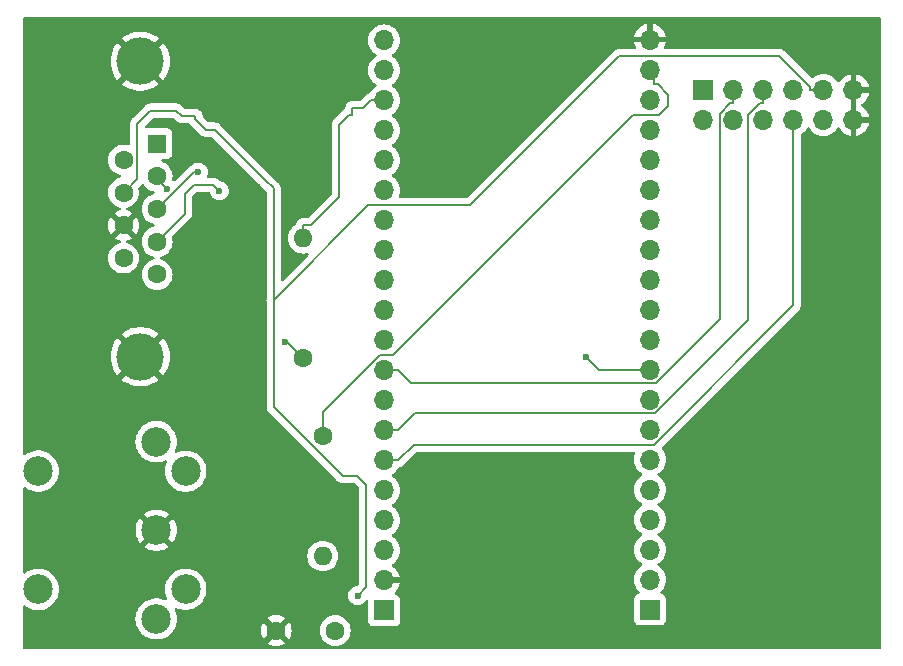
<source format=gbr>
%TF.GenerationSoftware,KiCad,Pcbnew,7.0.11+1*%
%TF.CreationDate,2024-06-05T14:31:59+01:00*%
%TF.ProjectId,nanoshield,6e616e6f-7368-4696-956c-642e6b696361,rev?*%
%TF.SameCoordinates,Original*%
%TF.FileFunction,Copper,L2,Bot*%
%TF.FilePolarity,Positive*%
%FSLAX46Y46*%
G04 Gerber Fmt 4.6, Leading zero omitted, Abs format (unit mm)*
G04 Created by KiCad (PCBNEW 7.0.11+1) date 2024-06-05 14:31:59*
%MOMM*%
%LPD*%
G01*
G04 APERTURE LIST*
%TA.AperFunction,ComponentPad*%
%ADD10R,1.700000X1.700000*%
%TD*%
%TA.AperFunction,ComponentPad*%
%ADD11O,1.700000X1.700000*%
%TD*%
%TA.AperFunction,ComponentPad*%
%ADD12C,4.000000*%
%TD*%
%TA.AperFunction,ComponentPad*%
%ADD13R,1.600000X1.600000*%
%TD*%
%TA.AperFunction,ComponentPad*%
%ADD14C,1.600000*%
%TD*%
%TA.AperFunction,ComponentPad*%
%ADD15O,1.600000X1.600000*%
%TD*%
%TA.AperFunction,WasherPad*%
%ADD16C,2.499360*%
%TD*%
%TA.AperFunction,ComponentPad*%
%ADD17C,2.499360*%
%TD*%
%TA.AperFunction,ViaPad*%
%ADD18C,0.600000*%
%TD*%
%TA.AperFunction,Conductor*%
%ADD19C,0.200000*%
%TD*%
G04 APERTURE END LIST*
D10*
%TO.P,J3,1,Pin_1*%
%TO.N,+5V*%
X122550000Y-81240000D03*
D11*
%TO.P,J3,2,Pin_2*%
%TO.N,GND*%
X122550000Y-78700000D03*
%TO.P,J3,3,Pin_3*%
%TO.N,unconnected-(J3-Pin_3-Pad3)*%
X122550000Y-76160000D03*
%TO.P,J3,4,Pin_4*%
%TO.N,unconnected-(J3-Pin_4-Pad4)*%
X122550000Y-73620000D03*
%TO.P,J3,5,Pin_5*%
%TO.N,miso*%
X122550000Y-71080000D03*
%TO.P,J3,6,Pin_6*%
%TO.N,mosi*%
X122550000Y-68540000D03*
%TO.P,J3,7,Pin_7*%
%TO.N,csn*%
X122550000Y-66000000D03*
%TO.P,J3,8,Pin_8*%
%TO.N,sck*%
X122550000Y-63460000D03*
%TO.P,J3,9,Pin_9*%
%TO.N,irq*%
X122550000Y-60920000D03*
%TO.P,J3,10,Pin_10*%
%TO.N,unconnected-(J3-Pin_10-Pad10)*%
X122550000Y-58380000D03*
%TO.P,J3,11,Pin_11*%
%TO.N,unconnected-(J3-Pin_11-Pad11)*%
X122550000Y-55840000D03*
%TO.P,J3,12,Pin_12*%
%TO.N,unconnected-(J3-Pin_12-Pad12)*%
X122550000Y-53300000D03*
%TO.P,J3,13,Pin_13*%
%TO.N,unconnected-(J3-Pin_13-Pad13)*%
X122550000Y-50760000D03*
%TO.P,J3,14,Pin_14*%
%TO.N,unconnected-(J3-Pin_14-Pad14)*%
X122550000Y-48220000D03*
%TO.P,J3,15,Pin_15*%
%TO.N,unconnected-(J3-Pin_15-Pad15)*%
X122550000Y-45680000D03*
%TO.P,J3,16,Pin_16*%
%TO.N,unconnected-(J3-Pin_16-Pad16)*%
X122550000Y-43140000D03*
%TO.P,J3,17,Pin_17*%
%TO.N,unconnected-(J3-Pin_17-Pad17)*%
X122550000Y-40600000D03*
%TO.P,J3,18,Pin_18*%
%TO.N,midi-out*%
X122550000Y-38060000D03*
%TO.P,J3,19,Pin_19*%
%TO.N,unconnected-(J3-Pin_19-Pad19)*%
X122550000Y-35520000D03*
%TO.P,J3,20,Pin_20*%
%TO.N,unconnected-(J3-Pin_20-Pad20)*%
X122550000Y-32980000D03*
%TD*%
D10*
%TO.P,J1,1,Pin_1*%
%TO.N,unconnected-(J1-Pin_1-Pad1)*%
X145050000Y-81160000D03*
D11*
%TO.P,J1,2,Pin_2*%
%TO.N,unconnected-(J1-Pin_2-Pad2)*%
X145050000Y-78620000D03*
%TO.P,J1,3,Pin_3*%
%TO.N,unconnected-(J1-Pin_3-Pad3)*%
X145050000Y-76080000D03*
%TO.P,J1,4,Pin_4*%
%TO.N,unconnected-(J1-Pin_4-Pad4)*%
X145050000Y-73540000D03*
%TO.P,J1,5,Pin_5*%
%TO.N,unconnected-(J1-Pin_5-Pad5)*%
X145050000Y-71000000D03*
%TO.P,J1,6,Pin_6*%
%TO.N,unconnected-(J1-Pin_6-Pad6)*%
X145050000Y-68460000D03*
%TO.P,J1,7,Pin_7*%
%TO.N,unconnected-(J1-Pin_7-Pad7)*%
X145050000Y-65920000D03*
%TO.P,J1,8,Pin_8*%
%TO.N,btn0*%
X145050000Y-63380000D03*
%TO.P,J1,9,Pin_9*%
%TO.N,down*%
X145050000Y-60840000D03*
%TO.P,J1,10,Pin_10*%
%TO.N,up*%
X145050000Y-58300000D03*
%TO.P,J1,11,Pin_11*%
%TO.N,right*%
X145050000Y-55760000D03*
%TO.P,J1,12,Pin_12*%
%TO.N,left*%
X145050000Y-53220000D03*
%TO.P,J1,13,Pin_13*%
%TO.N,btn1*%
X145050000Y-50680000D03*
%TO.P,J1,14,Pin_14*%
%TO.N,unconnected-(J1-Pin_14-Pad14)*%
X145050000Y-48140000D03*
%TO.P,J1,15,Pin_15*%
%TO.N,unconnected-(J1-Pin_15-Pad15)*%
X145050000Y-45600000D03*
%TO.P,J1,16,Pin_16*%
%TO.N,unconnected-(J1-Pin_16-Pad16)*%
X145050000Y-43060000D03*
%TO.P,J1,17,Pin_17*%
%TO.N,unconnected-(J1-Pin_17-Pad17)*%
X145050000Y-40520000D03*
%TO.P,J1,18,Pin_18*%
%TO.N,unconnected-(J1-Pin_18-Pad18)*%
X145050000Y-37980000D03*
%TO.P,J1,19,Pin_19*%
%TO.N,+3V3*%
X145050000Y-35440000D03*
%TO.P,J1,20,Pin_20*%
%TO.N,GND*%
X145050000Y-32900000D03*
%TD*%
D12*
%TO.P,J2,0,PAD*%
%TO.N,GND*%
X101900000Y-34750000D03*
X101900000Y-59750000D03*
D13*
%TO.P,J2,1,1*%
%TO.N,up*%
X103320000Y-41710000D03*
D14*
%TO.P,J2,2,2*%
%TO.N,down*%
X103320000Y-44480000D03*
%TO.P,J2,3,3*%
%TO.N,left*%
X103320000Y-47250000D03*
%TO.P,J2,4,4*%
%TO.N,right*%
X103320000Y-50020000D03*
%TO.P,J2,5,5*%
%TO.N,unconnected-(J2-Pad5)*%
X103320000Y-52790000D03*
%TO.P,J2,6,6*%
%TO.N,btn0*%
X100480000Y-43095000D03*
%TO.P,J2,7,7*%
%TO.N,+5V*%
X100480000Y-45865000D03*
%TO.P,J2,8,8*%
%TO.N,GND*%
X100480000Y-48635000D03*
%TO.P,J2,9,9*%
%TO.N,btn1*%
X100480000Y-51405000D03*
%TD*%
%TO.P,C1,1*%
%TO.N,+5V*%
X118400000Y-82950000D03*
%TO.P,C1,2*%
%TO.N,GND*%
X113400000Y-82950000D03*
%TD*%
%TO.P,R1,1*%
%TO.N,+3V3*%
X117350000Y-66470000D03*
D15*
%TO.P,R1,2*%
%TO.N,Net-(J5-Pad4)*%
X117350000Y-76630000D03*
%TD*%
D16*
%TO.P,J5,*%
%TO.N,*%
X93250000Y-69447440D03*
X93250000Y-79449960D03*
D17*
%TO.P,J5,1*%
%TO.N,unconnected-(J5-Pad1)*%
X103244900Y-81946780D03*
%TO.P,J5,2*%
%TO.N,GND*%
X103247440Y-74448700D03*
%TO.P,J5,3*%
%TO.N,unconnected-(J5-Pad3)*%
X103244900Y-66950620D03*
%TO.P,J5,4*%
%TO.N,Net-(J5-Pad4)*%
X105746800Y-79444880D03*
%TO.P,J5,5*%
%TO.N,Net-(J5-Pad5)*%
X105746800Y-69452520D03*
%TD*%
D14*
%TO.P,R2,1*%
%TO.N,Net-(J5-Pad5)*%
X115700000Y-59880000D03*
D15*
%TO.P,R2,2*%
%TO.N,midi-out*%
X115700000Y-49720000D03*
%TD*%
D11*
%TO.P,J4,12,Pin_12*%
%TO.N,GND*%
X162280000Y-39700000D03*
%TO.P,J4,11,Pin_11*%
X162280000Y-37160000D03*
%TO.P,J4,10,Pin_10*%
%TO.N,unconnected-(J4-Pin_10-Pad10)*%
X159740000Y-39700000D03*
%TO.P,J4,9,Pin_9*%
%TO.N,+5V*%
X159740000Y-37160000D03*
%TO.P,J4,8,Pin_8*%
%TO.N,mosi*%
X157200000Y-39700000D03*
%TO.P,J4,7,Pin_7*%
%TO.N,miso*%
X157200000Y-37160000D03*
%TO.P,J4,6,Pin_6*%
%TO.N,sck*%
X154660000Y-39700000D03*
%TO.P,J4,5,Pin_5*%
%TO.N,csn*%
X154660000Y-37160000D03*
%TO.P,J4,4,Pin_4*%
%TO.N,unconnected-(J4-Pin_4-Pad4)*%
X152120000Y-39700000D03*
%TO.P,J4,3,Pin_3*%
%TO.N,irq*%
X152120000Y-37160000D03*
%TO.P,J4,2,Pin_2*%
%TO.N,unconnected-(J4-Pin_2-Pad2)*%
X149580000Y-39700000D03*
D10*
%TO.P,J4,1,Pin_1*%
%TO.N,unconnected-(J4-Pin_1-Pad1)*%
X149580000Y-37160000D03*
%TD*%
D18*
%TO.N,Net-(J5-Pad5)*%
X114141000Y-58492100D03*
%TO.N,+5V*%
X120302000Y-79976800D03*
%TO.N,left*%
X106808000Y-44122300D03*
%TO.N,right*%
X108595000Y-45713300D03*
%TO.N,down*%
X139600000Y-59750000D03*
X104186000Y-45535700D03*
%TD*%
D19*
%TO.N,Net-(J5-Pad5)*%
X114312000Y-58492100D02*
X115700000Y-59880000D01*
X114141000Y-58492100D02*
X114312000Y-58492100D01*
%TO.N,+5V*%
X113185000Y-45512700D02*
X113185000Y-54971300D01*
X112411000Y-44738900D02*
X113185000Y-45512700D01*
X108194000Y-40521900D02*
X112411000Y-44738900D01*
X107426000Y-40521900D02*
X108194000Y-40521900D01*
X106562000Y-39658100D02*
X107426000Y-40521900D01*
X106562000Y-39370000D02*
X106562000Y-39658100D01*
X105410000Y-39370000D02*
X106562000Y-39370000D01*
X104955000Y-38915000D02*
X105410000Y-39370000D01*
X102734000Y-38915000D02*
X104955000Y-38915000D01*
X101636000Y-40012300D02*
X102734000Y-38915000D01*
X101636000Y-44708700D02*
X101636000Y-40012300D01*
X100480000Y-45865000D02*
X101636000Y-44708700D01*
X121015000Y-79264300D02*
X120302000Y-79976800D01*
X121015000Y-70594300D02*
X121015000Y-79264300D01*
X120271000Y-69850000D02*
X121015000Y-70594300D01*
X119032000Y-69850000D02*
X120271000Y-69850000D01*
X113185000Y-64002500D02*
X119032000Y-69850000D01*
X113185000Y-54971300D02*
X113185000Y-64002500D01*
X158588100Y-36891500D02*
X158588100Y-37160000D01*
X155984000Y-34287400D02*
X158588100Y-36891500D01*
X142448100Y-34287400D02*
X155984000Y-34287400D01*
X129785500Y-46950000D02*
X142448100Y-34287400D01*
X121206300Y-46950000D02*
X129785500Y-46950000D01*
X113185000Y-54971300D02*
X121206300Y-46950000D01*
X159740000Y-37160000D02*
X158588100Y-37160000D01*
%TO.N,midi-out*%
X121398000Y-38060000D02*
X122550000Y-38060000D01*
X120782000Y-38675900D02*
X121398000Y-38060000D01*
X119863000Y-38675900D02*
X120782000Y-38675900D01*
X119863000Y-39251900D02*
X119863000Y-38675900D01*
X119575000Y-39251900D02*
X119863000Y-39251900D01*
X118711000Y-40115700D02*
X119575000Y-39251900D01*
X118711000Y-46265400D02*
X118711000Y-40115700D01*
X116358000Y-48618100D02*
X118711000Y-46265400D01*
X115700000Y-48618100D02*
X116358000Y-48618100D01*
X115700000Y-49720000D02*
X115700000Y-48618100D01*
%TO.N,irq*%
X152120000Y-37160000D02*
X152120000Y-38311900D01*
X122550000Y-60920000D02*
X123701900Y-60920000D01*
X124781200Y-61999300D02*
X123701900Y-60920000D01*
X145522700Y-61999300D02*
X124781200Y-61999300D01*
X150966600Y-56555400D02*
X145522700Y-61999300D01*
X150966600Y-39177200D02*
X150966600Y-56555400D01*
X151831900Y-38311900D02*
X150966600Y-39177200D01*
X152120000Y-38311900D02*
X151831900Y-38311900D01*
%TO.N,csn*%
X154391400Y-38311900D02*
X154660000Y-38311900D01*
X153390000Y-39313300D02*
X154391400Y-38311900D01*
X153390000Y-56672000D02*
X153390000Y-39313300D01*
X145512200Y-64549800D02*
X153390000Y-56672000D01*
X125152100Y-64549800D02*
X145512200Y-64549800D01*
X123701900Y-66000000D02*
X125152100Y-64549800D01*
X122550000Y-66000000D02*
X123701900Y-66000000D01*
X154660000Y-37160000D02*
X154660000Y-38311900D01*
%TO.N,mosi*%
X122550000Y-68540000D02*
X123701900Y-68540000D01*
X125051900Y-67190000D02*
X123701900Y-68540000D01*
X145412000Y-67190000D02*
X125051900Y-67190000D01*
X157200000Y-55402000D02*
X145412000Y-67190000D01*
X157200000Y-39700000D02*
X157200000Y-55402000D01*
%TO.N,left*%
X106448000Y-44122300D02*
X106808000Y-44122300D01*
X103320000Y-47250000D02*
X106448000Y-44122300D01*
%TO.N,right*%
X108089000Y-45207100D02*
X108595000Y-45713300D01*
X106439000Y-45207100D02*
X108089000Y-45207100D01*
X105664000Y-45982300D02*
X106439000Y-45207100D01*
X105664000Y-47676300D02*
X105664000Y-45982300D01*
X103320000Y-50020000D02*
X105664000Y-47676300D01*
%TO.N,down*%
X103320000Y-44670000D02*
X104186000Y-45535700D01*
X140770000Y-60920000D02*
X144970000Y-60920000D01*
X139600000Y-59750000D02*
X140770000Y-60920000D01*
%TO.N,+3V3*%
X117350000Y-64467400D02*
X117350000Y-66470000D01*
X122169000Y-59648500D02*
X117350000Y-64467400D01*
X123253000Y-59648500D02*
X122169000Y-59648500D01*
X143572000Y-39330000D02*
X123253000Y-59648500D01*
X145804000Y-39330000D02*
X143572000Y-39330000D01*
X146593000Y-38540800D02*
X145804000Y-39330000D01*
X146593000Y-37567200D02*
X146593000Y-38540800D01*
X145698000Y-36671900D02*
X146593000Y-37567200D01*
X145410000Y-36671900D02*
X145698000Y-36671900D01*
X145410000Y-36095900D02*
X145410000Y-36671900D01*
X145050000Y-35735900D02*
X145410000Y-36095900D01*
%TD*%
%TA.AperFunction,Conductor*%
%TO.N,GND*%
G36*
X162530000Y-39264498D02*
G01*
X162422315Y-39215320D01*
X162315763Y-39200000D01*
X162244237Y-39200000D01*
X162137685Y-39215320D01*
X162030000Y-39264498D01*
X162030000Y-37595501D01*
X162137685Y-37644680D01*
X162244237Y-37660000D01*
X162315763Y-37660000D01*
X162422315Y-37644680D01*
X162530000Y-37595501D01*
X162530000Y-39264498D01*
G37*
%TD.AperFunction*%
%TA.AperFunction,Conductor*%
G36*
X164542539Y-31000185D02*
G01*
X164588294Y-31052989D01*
X164599500Y-31104500D01*
X164599500Y-84375500D01*
X164579815Y-84442539D01*
X164527011Y-84488294D01*
X164475500Y-84499500D01*
X118450768Y-84499500D01*
X118398332Y-84484102D01*
X118373664Y-84497069D01*
X118349232Y-84499500D01*
X113445031Y-84499500D01*
X113399956Y-84486264D01*
X113379401Y-84497069D01*
X113354969Y-84499500D01*
X92064500Y-84499500D01*
X91997461Y-84479815D01*
X91951706Y-84427011D01*
X91940500Y-84375500D01*
X91940500Y-81946784D01*
X101489812Y-81946784D01*
X101509413Y-82208352D01*
X101509414Y-82208357D01*
X101567785Y-82464103D01*
X101663620Y-82708284D01*
X101663619Y-82708284D01*
X101746770Y-82852304D01*
X101794778Y-82935456D01*
X101958329Y-83140543D01*
X102150621Y-83318963D01*
X102367356Y-83466731D01*
X102367361Y-83466733D01*
X102367362Y-83466734D01*
X102367363Y-83466735D01*
X102492881Y-83527180D01*
X102603690Y-83580543D01*
X102603691Y-83580543D01*
X102603694Y-83580545D01*
X102854356Y-83657864D01*
X102854357Y-83657864D01*
X102854360Y-83657865D01*
X103113734Y-83696959D01*
X103113739Y-83696959D01*
X103113742Y-83696960D01*
X103113743Y-83696960D01*
X103376057Y-83696960D01*
X103376058Y-83696960D01*
X103376065Y-83696959D01*
X103635439Y-83657865D01*
X103635440Y-83657864D01*
X103635444Y-83657864D01*
X103886106Y-83580545D01*
X104122444Y-83466731D01*
X104339179Y-83318963D01*
X104531471Y-83140543D01*
X104683422Y-82950002D01*
X112095034Y-82950002D01*
X112114858Y-83176599D01*
X112114860Y-83176610D01*
X112173730Y-83396317D01*
X112173735Y-83396331D01*
X112269863Y-83602478D01*
X112320974Y-83675472D01*
X113002046Y-82994400D01*
X113014835Y-83075148D01*
X113072359Y-83188045D01*
X113161955Y-83277641D01*
X113274852Y-83335165D01*
X113355599Y-83347953D01*
X112674526Y-84029025D01*
X112747513Y-84080132D01*
X112747521Y-84080136D01*
X112953668Y-84176264D01*
X112953682Y-84176269D01*
X113173389Y-84235139D01*
X113173400Y-84235141D01*
X113365776Y-84251972D01*
X113397729Y-84264470D01*
X113410096Y-84256523D01*
X113434224Y-84251972D01*
X113626599Y-84235141D01*
X113626610Y-84235139D01*
X113846317Y-84176269D01*
X113846331Y-84176264D01*
X114052478Y-84080136D01*
X114125471Y-84029024D01*
X113444400Y-83347953D01*
X113525148Y-83335165D01*
X113638045Y-83277641D01*
X113727641Y-83188045D01*
X113785165Y-83075148D01*
X113797953Y-82994400D01*
X114479024Y-83675471D01*
X114530136Y-83602478D01*
X114626264Y-83396331D01*
X114626269Y-83396317D01*
X114685139Y-83176610D01*
X114685141Y-83176599D01*
X114704966Y-82950002D01*
X114704966Y-82950001D01*
X117094532Y-82950001D01*
X117114364Y-83176686D01*
X117114366Y-83176697D01*
X117173258Y-83396488D01*
X117173261Y-83396497D01*
X117269431Y-83602732D01*
X117269432Y-83602734D01*
X117399954Y-83789141D01*
X117560858Y-83950045D01*
X117560861Y-83950047D01*
X117747266Y-84080568D01*
X117953504Y-84176739D01*
X118173308Y-84235635D01*
X118315262Y-84248054D01*
X118360039Y-84251972D01*
X118399124Y-84267260D01*
X118415833Y-84256523D01*
X118439961Y-84251972D01*
X118478828Y-84248571D01*
X118626692Y-84235635D01*
X118846496Y-84176739D01*
X119052734Y-84080568D01*
X119239139Y-83950047D01*
X119400047Y-83789139D01*
X119530568Y-83602734D01*
X119626739Y-83396496D01*
X119685635Y-83176692D01*
X119705468Y-82950000D01*
X119704195Y-82935455D01*
X119685635Y-82723313D01*
X119685635Y-82723308D01*
X119626739Y-82503504D01*
X119530568Y-82297266D01*
X119400047Y-82110861D01*
X119400045Y-82110858D01*
X119239141Y-81949954D01*
X119052734Y-81819432D01*
X119052732Y-81819431D01*
X118846497Y-81723261D01*
X118846488Y-81723258D01*
X118626697Y-81664366D01*
X118626693Y-81664365D01*
X118626692Y-81664365D01*
X118626691Y-81664364D01*
X118626686Y-81664364D01*
X118400002Y-81644532D01*
X118399998Y-81644532D01*
X118173313Y-81664364D01*
X118173302Y-81664366D01*
X117953511Y-81723258D01*
X117953502Y-81723261D01*
X117747267Y-81819431D01*
X117747265Y-81819432D01*
X117560858Y-81949954D01*
X117399954Y-82110858D01*
X117269432Y-82297265D01*
X117269431Y-82297267D01*
X117173261Y-82503502D01*
X117173258Y-82503511D01*
X117114366Y-82723302D01*
X117114364Y-82723313D01*
X117094532Y-82949998D01*
X117094532Y-82950001D01*
X114704966Y-82950001D01*
X114704966Y-82949997D01*
X114685141Y-82723400D01*
X114685139Y-82723389D01*
X114626269Y-82503682D01*
X114626264Y-82503668D01*
X114530136Y-82297521D01*
X114530132Y-82297513D01*
X114479025Y-82224526D01*
X113797953Y-82905598D01*
X113785165Y-82824852D01*
X113727641Y-82711955D01*
X113638045Y-82622359D01*
X113525148Y-82564835D01*
X113444401Y-82552046D01*
X114125472Y-81870974D01*
X114052478Y-81819863D01*
X113846331Y-81723735D01*
X113846317Y-81723730D01*
X113626610Y-81664860D01*
X113626599Y-81664858D01*
X113400002Y-81645034D01*
X113399998Y-81645034D01*
X113173400Y-81664858D01*
X113173389Y-81664860D01*
X112953682Y-81723730D01*
X112953673Y-81723734D01*
X112747516Y-81819866D01*
X112747512Y-81819868D01*
X112674526Y-81870973D01*
X112674526Y-81870974D01*
X113355599Y-82552046D01*
X113274852Y-82564835D01*
X113161955Y-82622359D01*
X113072359Y-82711955D01*
X113014835Y-82824852D01*
X113002046Y-82905598D01*
X112320974Y-82224526D01*
X112320973Y-82224526D01*
X112269868Y-82297512D01*
X112269866Y-82297516D01*
X112173734Y-82503673D01*
X112173730Y-82503682D01*
X112114860Y-82723389D01*
X112114858Y-82723400D01*
X112095034Y-82949997D01*
X112095034Y-82950002D01*
X104683422Y-82950002D01*
X104695022Y-82935456D01*
X104826180Y-82708284D01*
X104882479Y-82564835D01*
X104922014Y-82464103D01*
X104944052Y-82367546D01*
X104980385Y-82208362D01*
X104980386Y-82208352D01*
X104999988Y-81946784D01*
X104999988Y-81946775D01*
X104980386Y-81685207D01*
X104980385Y-81685202D01*
X104980385Y-81685198D01*
X104947030Y-81539061D01*
X104922014Y-81429456D01*
X104830020Y-81195060D01*
X104826180Y-81185276D01*
X104826179Y-81185274D01*
X104824887Y-81181982D01*
X104818718Y-81112386D01*
X104851156Y-81050502D01*
X104911901Y-81015979D01*
X104981667Y-81019778D01*
X104994106Y-81024955D01*
X105105594Y-81078645D01*
X105356256Y-81155964D01*
X105356257Y-81155964D01*
X105356260Y-81155965D01*
X105615634Y-81195059D01*
X105615639Y-81195059D01*
X105615642Y-81195060D01*
X105615643Y-81195060D01*
X105877957Y-81195060D01*
X105877958Y-81195060D01*
X105877965Y-81195059D01*
X106137339Y-81155965D01*
X106137340Y-81155964D01*
X106137344Y-81155964D01*
X106388006Y-81078645D01*
X106624344Y-80964831D01*
X106841079Y-80817063D01*
X107033371Y-80638643D01*
X107196922Y-80433556D01*
X107328080Y-80206384D01*
X107398753Y-80026311D01*
X107423914Y-79962203D01*
X107457304Y-79815909D01*
X107482285Y-79706462D01*
X107485880Y-79658495D01*
X107501888Y-79444884D01*
X107501888Y-79444875D01*
X107482286Y-79183307D01*
X107482285Y-79183302D01*
X107482285Y-79183298D01*
X107432244Y-78964053D01*
X107423914Y-78927556D01*
X107360698Y-78766485D01*
X107328080Y-78683376D01*
X107328079Y-78683375D01*
X107328080Y-78683375D01*
X107280072Y-78600224D01*
X107196922Y-78456204D01*
X107033371Y-78251117D01*
X106841079Y-78072697D01*
X106624344Y-77924929D01*
X106624340Y-77924927D01*
X106624337Y-77924925D01*
X106624336Y-77924924D01*
X106388008Y-77811116D01*
X106388010Y-77811116D01*
X106137345Y-77733796D01*
X106137339Y-77733794D01*
X105877965Y-77694700D01*
X105877958Y-77694700D01*
X105615642Y-77694700D01*
X105615634Y-77694700D01*
X105356260Y-77733794D01*
X105356254Y-77733796D01*
X105105590Y-77811116D01*
X104869263Y-77924924D01*
X104869262Y-77924925D01*
X104652520Y-78072697D01*
X104460231Y-78251115D01*
X104460229Y-78251117D01*
X104296678Y-78456204D01*
X104165520Y-78683375D01*
X104069685Y-78927556D01*
X104011314Y-79183302D01*
X104011313Y-79183307D01*
X103991712Y-79444875D01*
X103991712Y-79444884D01*
X104011313Y-79706452D01*
X104011314Y-79706457D01*
X104011314Y-79706461D01*
X104011315Y-79706462D01*
X104013678Y-79716814D01*
X104069685Y-79962203D01*
X104166812Y-80209677D01*
X104172981Y-80279274D01*
X104140543Y-80341157D01*
X104079798Y-80375680D01*
X104010032Y-80371881D01*
X103997583Y-80366699D01*
X103886108Y-80313016D01*
X103886110Y-80313016D01*
X103635445Y-80235696D01*
X103635439Y-80235694D01*
X103376065Y-80196600D01*
X103376058Y-80196600D01*
X103113742Y-80196600D01*
X103113734Y-80196600D01*
X102854360Y-80235694D01*
X102854354Y-80235696D01*
X102603690Y-80313016D01*
X102367363Y-80426824D01*
X102367362Y-80426825D01*
X102150620Y-80574597D01*
X101958331Y-80753015D01*
X101958329Y-80753017D01*
X101794778Y-80958104D01*
X101663620Y-81185275D01*
X101567785Y-81429456D01*
X101509414Y-81685202D01*
X101509413Y-81685207D01*
X101489812Y-81946775D01*
X101489812Y-81946784D01*
X91940500Y-81946784D01*
X91940500Y-80906657D01*
X91960185Y-80839618D01*
X92012989Y-80793863D01*
X92082147Y-80783919D01*
X92145703Y-80812944D01*
X92148808Y-80815728D01*
X92155721Y-80822143D01*
X92372456Y-80969911D01*
X92372461Y-80969913D01*
X92372462Y-80969914D01*
X92372463Y-80969915D01*
X92476006Y-81019778D01*
X92608790Y-81083723D01*
X92608791Y-81083723D01*
X92608794Y-81083725D01*
X92859456Y-81161044D01*
X92859457Y-81161044D01*
X92859460Y-81161045D01*
X93118834Y-81200139D01*
X93118839Y-81200139D01*
X93118842Y-81200140D01*
X93118843Y-81200140D01*
X93381157Y-81200140D01*
X93381158Y-81200140D01*
X93414862Y-81195060D01*
X93640539Y-81161045D01*
X93640540Y-81161044D01*
X93640544Y-81161044D01*
X93891206Y-81083725D01*
X94127544Y-80969911D01*
X94344279Y-80822143D01*
X94536571Y-80643723D01*
X94700122Y-80438636D01*
X94831280Y-80211464D01*
X94887717Y-80067664D01*
X94927114Y-79967283D01*
X94952713Y-79855126D01*
X94985485Y-79711542D01*
X94985866Y-79706457D01*
X95005088Y-79449964D01*
X95005088Y-79449955D01*
X94985486Y-79188387D01*
X94985485Y-79188382D01*
X94985485Y-79188378D01*
X94946013Y-79015441D01*
X94927114Y-78932636D01*
X94863898Y-78771565D01*
X94831280Y-78688456D01*
X94831279Y-78688455D01*
X94831280Y-78688455D01*
X94783272Y-78605304D01*
X94700122Y-78461284D01*
X94536571Y-78256197D01*
X94344279Y-78077777D01*
X94127544Y-77930009D01*
X94127540Y-77930007D01*
X94127537Y-77930005D01*
X94127536Y-77930004D01*
X93891208Y-77816196D01*
X93891210Y-77816196D01*
X93640545Y-77738876D01*
X93640539Y-77738874D01*
X93381165Y-77699780D01*
X93381158Y-77699780D01*
X93118842Y-77699780D01*
X93118834Y-77699780D01*
X92859460Y-77738874D01*
X92859454Y-77738876D01*
X92608790Y-77816196D01*
X92372463Y-77930004D01*
X92372462Y-77930005D01*
X92155720Y-78077777D01*
X92148840Y-78084162D01*
X92086307Y-78115329D01*
X92016850Y-78107741D01*
X91962522Y-78063807D01*
X91940572Y-77997475D01*
X91940500Y-77993262D01*
X91940500Y-76630001D01*
X116044532Y-76630001D01*
X116064364Y-76856686D01*
X116064366Y-76856697D01*
X116123258Y-77076488D01*
X116123261Y-77076497D01*
X116219431Y-77282732D01*
X116219432Y-77282734D01*
X116349954Y-77469141D01*
X116510858Y-77630045D01*
X116510861Y-77630047D01*
X116697266Y-77760568D01*
X116903504Y-77856739D01*
X117123308Y-77915635D01*
X117285230Y-77929801D01*
X117349998Y-77935468D01*
X117350000Y-77935468D01*
X117350002Y-77935468D01*
X117406673Y-77930509D01*
X117576692Y-77915635D01*
X117796496Y-77856739D01*
X118002734Y-77760568D01*
X118189139Y-77630047D01*
X118350047Y-77469139D01*
X118480568Y-77282734D01*
X118576739Y-77076496D01*
X118635635Y-76856692D01*
X118655468Y-76630000D01*
X118635635Y-76403308D01*
X118576739Y-76183504D01*
X118480568Y-75977266D01*
X118350047Y-75790861D01*
X118350045Y-75790858D01*
X118189141Y-75629954D01*
X118002734Y-75499432D01*
X118002732Y-75499431D01*
X117796497Y-75403261D01*
X117796488Y-75403258D01*
X117576697Y-75344366D01*
X117576693Y-75344365D01*
X117576692Y-75344365D01*
X117576691Y-75344364D01*
X117576686Y-75344364D01*
X117350002Y-75324532D01*
X117349998Y-75324532D01*
X117123313Y-75344364D01*
X117123302Y-75344366D01*
X116903511Y-75403258D01*
X116903502Y-75403261D01*
X116697267Y-75499431D01*
X116697265Y-75499432D01*
X116510858Y-75629954D01*
X116349954Y-75790858D01*
X116219432Y-75977265D01*
X116219431Y-75977267D01*
X116123261Y-76183502D01*
X116123258Y-76183511D01*
X116064366Y-76403302D01*
X116064364Y-76403313D01*
X116044532Y-76629998D01*
X116044532Y-76630001D01*
X91940500Y-76630001D01*
X91940500Y-74448704D01*
X101492854Y-74448704D01*
X101512450Y-74710204D01*
X101570802Y-74965861D01*
X101570805Y-74965873D01*
X101666614Y-75209988D01*
X101797735Y-75437096D01*
X101845541Y-75497044D01*
X102608410Y-74734175D01*
X102668364Y-74848407D01*
X102780847Y-74975375D01*
X102920447Y-75071733D01*
X102962145Y-75087547D01*
X102198501Y-75851190D01*
X102370146Y-75968215D01*
X102370154Y-75968220D01*
X102606415Y-76081996D01*
X102606413Y-76081996D01*
X102856999Y-76159292D01*
X102857005Y-76159293D01*
X103116314Y-76198379D01*
X103116321Y-76198380D01*
X103378559Y-76198380D01*
X103378565Y-76198379D01*
X103637874Y-76159293D01*
X103637880Y-76159292D01*
X103888465Y-76081996D01*
X104124725Y-75968220D01*
X104124726Y-75968219D01*
X104296377Y-75851190D01*
X103532734Y-75087547D01*
X103574433Y-75071733D01*
X103714033Y-74975375D01*
X103826516Y-74848407D01*
X103886468Y-74734176D01*
X104649336Y-75497044D01*
X104649337Y-75497043D01*
X104697140Y-75437102D01*
X104697147Y-75437091D01*
X104828265Y-75209988D01*
X104924074Y-74965873D01*
X104924077Y-74965861D01*
X104982429Y-74710204D01*
X105002026Y-74448704D01*
X105002026Y-74448695D01*
X104982429Y-74187195D01*
X104924077Y-73931538D01*
X104924074Y-73931526D01*
X104828265Y-73687411D01*
X104697144Y-73460303D01*
X104649337Y-73400354D01*
X103886468Y-74163223D01*
X103826516Y-74048993D01*
X103714033Y-73922025D01*
X103574433Y-73825667D01*
X103532734Y-73809852D01*
X104296377Y-73046208D01*
X104124733Y-72929184D01*
X104124725Y-72929179D01*
X103888464Y-72815403D01*
X103888466Y-72815403D01*
X103637880Y-72738107D01*
X103637874Y-72738106D01*
X103378565Y-72699020D01*
X103116314Y-72699020D01*
X102857005Y-72738106D01*
X102856999Y-72738107D01*
X102606414Y-72815403D01*
X102370152Y-72929181D01*
X102370139Y-72929188D01*
X102198501Y-73046207D01*
X102962146Y-73809852D01*
X102920447Y-73825667D01*
X102780847Y-73922025D01*
X102668364Y-74048993D01*
X102608410Y-74163223D01*
X101845542Y-73400355D01*
X101797733Y-73460306D01*
X101666614Y-73687411D01*
X101570805Y-73931526D01*
X101570802Y-73931538D01*
X101512450Y-74187195D01*
X101492854Y-74448695D01*
X101492854Y-74448704D01*
X91940500Y-74448704D01*
X91940500Y-70904137D01*
X91960185Y-70837098D01*
X92012989Y-70791343D01*
X92082147Y-70781399D01*
X92145703Y-70810424D01*
X92148808Y-70813208D01*
X92155721Y-70819623D01*
X92372456Y-70967391D01*
X92372461Y-70967393D01*
X92372462Y-70967394D01*
X92372463Y-70967395D01*
X92497981Y-71027840D01*
X92608790Y-71081203D01*
X92608791Y-71081203D01*
X92608794Y-71081205D01*
X92859456Y-71158524D01*
X92859457Y-71158524D01*
X92859460Y-71158525D01*
X93118834Y-71197619D01*
X93118839Y-71197619D01*
X93118842Y-71197620D01*
X93118843Y-71197620D01*
X93381157Y-71197620D01*
X93381158Y-71197620D01*
X93381165Y-71197619D01*
X93640539Y-71158525D01*
X93640540Y-71158524D01*
X93640544Y-71158524D01*
X93891206Y-71081205D01*
X94127544Y-70967391D01*
X94344279Y-70819623D01*
X94536571Y-70641203D01*
X94700122Y-70436116D01*
X94831280Y-70208944D01*
X94896994Y-70041506D01*
X94927114Y-69964763D01*
X94951710Y-69856998D01*
X94985485Y-69709022D01*
X94991525Y-69628425D01*
X95005088Y-69447444D01*
X95005088Y-69447435D01*
X94985486Y-69185867D01*
X94985485Y-69185862D01*
X94985485Y-69185858D01*
X94952130Y-69039721D01*
X94927114Y-68930116D01*
X94863898Y-68769045D01*
X94831280Y-68685936D01*
X94831279Y-68685935D01*
X94831280Y-68685935D01*
X94772648Y-68584383D01*
X94700122Y-68458764D01*
X94536571Y-68253677D01*
X94344279Y-68075257D01*
X94127544Y-67927489D01*
X94127540Y-67927487D01*
X94127537Y-67927485D01*
X94127536Y-67927484D01*
X93891208Y-67813676D01*
X93891210Y-67813676D01*
X93640545Y-67736356D01*
X93640539Y-67736354D01*
X93381165Y-67697260D01*
X93381158Y-67697260D01*
X93118842Y-67697260D01*
X93118834Y-67697260D01*
X92859460Y-67736354D01*
X92859454Y-67736356D01*
X92608790Y-67813676D01*
X92372463Y-67927484D01*
X92372462Y-67927485D01*
X92155720Y-68075257D01*
X92148840Y-68081642D01*
X92086307Y-68112809D01*
X92016850Y-68105221D01*
X91962522Y-68061287D01*
X91940572Y-67994955D01*
X91940500Y-67990742D01*
X91940500Y-66950624D01*
X101489812Y-66950624D01*
X101509413Y-67212192D01*
X101509414Y-67212197D01*
X101567785Y-67467943D01*
X101663620Y-67712124D01*
X101663619Y-67712124D01*
X101725184Y-67818756D01*
X101794778Y-67939296D01*
X101958329Y-68144383D01*
X102150621Y-68322803D01*
X102367356Y-68470571D01*
X102367361Y-68470573D01*
X102367362Y-68470574D01*
X102367363Y-68470575D01*
X102468643Y-68519348D01*
X102603690Y-68584383D01*
X102603691Y-68584383D01*
X102603694Y-68584385D01*
X102854356Y-68661704D01*
X102854357Y-68661704D01*
X102854360Y-68661705D01*
X103113734Y-68700799D01*
X103113739Y-68700799D01*
X103113742Y-68700800D01*
X103113743Y-68700800D01*
X103376057Y-68700800D01*
X103376058Y-68700800D01*
X103411865Y-68695403D01*
X103635439Y-68661705D01*
X103635440Y-68661704D01*
X103635444Y-68661704D01*
X103886106Y-68584385D01*
X103997585Y-68530699D01*
X104066523Y-68519348D01*
X104130658Y-68547070D01*
X104169624Y-68605065D01*
X104171049Y-68674920D01*
X104166812Y-68687722D01*
X104069685Y-68935196D01*
X104011314Y-69190942D01*
X104011313Y-69190947D01*
X103991712Y-69452515D01*
X103991712Y-69452524D01*
X104011313Y-69714092D01*
X104011314Y-69714097D01*
X104069685Y-69969843D01*
X104165520Y-70214024D01*
X104165519Y-70214024D01*
X104248670Y-70358044D01*
X104296678Y-70441196D01*
X104460229Y-70646283D01*
X104652521Y-70824703D01*
X104869256Y-70972471D01*
X104869261Y-70972473D01*
X104869262Y-70972474D01*
X104869263Y-70972475D01*
X104994781Y-71032920D01*
X105105590Y-71086283D01*
X105105591Y-71086283D01*
X105105594Y-71086285D01*
X105356256Y-71163604D01*
X105356257Y-71163604D01*
X105356260Y-71163605D01*
X105615634Y-71202699D01*
X105615639Y-71202699D01*
X105615642Y-71202700D01*
X105615643Y-71202700D01*
X105877957Y-71202700D01*
X105877958Y-71202700D01*
X105911662Y-71197620D01*
X106137339Y-71163605D01*
X106137340Y-71163604D01*
X106137344Y-71163604D01*
X106388006Y-71086285D01*
X106624344Y-70972471D01*
X106841079Y-70824703D01*
X107033371Y-70646283D01*
X107196922Y-70441196D01*
X107328080Y-70214024D01*
X107395790Y-70041501D01*
X107423914Y-69969843D01*
X107455472Y-69831575D01*
X107482285Y-69714102D01*
X107482666Y-69709017D01*
X107501888Y-69452524D01*
X107501888Y-69452515D01*
X107482286Y-69190947D01*
X107482285Y-69190942D01*
X107482285Y-69190938D01*
X107431465Y-68968281D01*
X107423914Y-68935196D01*
X107360698Y-68774125D01*
X107328080Y-68691016D01*
X107328079Y-68691015D01*
X107328080Y-68691015D01*
X107266515Y-68584383D01*
X107196922Y-68463844D01*
X107033371Y-68258757D01*
X106841079Y-68080337D01*
X106624344Y-67932569D01*
X106624340Y-67932567D01*
X106624337Y-67932565D01*
X106624336Y-67932564D01*
X106388008Y-67818756D01*
X106388010Y-67818756D01*
X106137345Y-67741436D01*
X106137339Y-67741434D01*
X105877965Y-67702340D01*
X105877958Y-67702340D01*
X105615642Y-67702340D01*
X105615634Y-67702340D01*
X105356260Y-67741434D01*
X105356254Y-67741436D01*
X105105596Y-67818754D01*
X105105594Y-67818755D01*
X105015440Y-67862171D01*
X104994116Y-67872440D01*
X104925174Y-67883791D01*
X104861040Y-67856068D01*
X104822075Y-67798073D01*
X104820650Y-67728218D01*
X104824887Y-67715416D01*
X104826176Y-67712129D01*
X104826180Y-67712124D01*
X104922014Y-67467941D01*
X104980385Y-67212202D01*
X104987090Y-67122732D01*
X104999988Y-66950624D01*
X104999988Y-66950615D01*
X104980386Y-66689047D01*
X104980385Y-66689042D01*
X104980385Y-66689038D01*
X104930391Y-66470000D01*
X104922014Y-66433296D01*
X104858798Y-66272225D01*
X104826180Y-66189116D01*
X104826179Y-66189115D01*
X104826180Y-66189115D01*
X104761634Y-66077319D01*
X104695022Y-65961944D01*
X104531471Y-65756857D01*
X104339179Y-65578437D01*
X104122444Y-65430669D01*
X104122440Y-65430667D01*
X104122437Y-65430665D01*
X104122436Y-65430664D01*
X103886108Y-65316856D01*
X103886110Y-65316856D01*
X103635445Y-65239536D01*
X103635439Y-65239534D01*
X103376065Y-65200440D01*
X103376058Y-65200440D01*
X103113742Y-65200440D01*
X103113734Y-65200440D01*
X102854360Y-65239534D01*
X102854354Y-65239536D01*
X102603690Y-65316856D01*
X102367363Y-65430664D01*
X102367362Y-65430665D01*
X102150620Y-65578437D01*
X101958331Y-65756855D01*
X101958329Y-65756857D01*
X101794778Y-65961944D01*
X101663620Y-66189115D01*
X101567785Y-66433296D01*
X101509414Y-66689042D01*
X101509413Y-66689047D01*
X101489812Y-66950615D01*
X101489812Y-66950624D01*
X91940500Y-66950624D01*
X91940500Y-59750005D01*
X99395057Y-59750005D01*
X99414807Y-60063942D01*
X99414808Y-60063949D01*
X99473755Y-60372958D01*
X99570963Y-60672132D01*
X99570965Y-60672137D01*
X99704900Y-60956761D01*
X99704903Y-60956767D01*
X99873457Y-61222367D01*
X99873460Y-61222371D01*
X99964286Y-61332160D01*
X100602266Y-60694180D01*
X100765130Y-60884870D01*
X100955818Y-61047732D01*
X100314971Y-61688579D01*
X100314972Y-61688581D01*
X100557772Y-61864985D01*
X100557790Y-61864996D01*
X100833447Y-62016540D01*
X100833455Y-62016544D01*
X101125926Y-62132340D01*
X101430620Y-62210573D01*
X101430629Y-62210575D01*
X101742701Y-62249999D01*
X101742715Y-62250000D01*
X102057285Y-62250000D01*
X102057298Y-62249999D01*
X102369370Y-62210575D01*
X102369379Y-62210573D01*
X102674073Y-62132340D01*
X102966544Y-62016544D01*
X102966552Y-62016540D01*
X103242209Y-61864996D01*
X103242219Y-61864990D01*
X103485026Y-61688579D01*
X103485027Y-61688579D01*
X102844180Y-61047733D01*
X103034870Y-60884870D01*
X103197733Y-60694181D01*
X103835712Y-61332160D01*
X103926544Y-61222364D01*
X104095096Y-60956767D01*
X104095099Y-60956761D01*
X104229034Y-60672137D01*
X104229036Y-60672132D01*
X104326244Y-60372958D01*
X104385191Y-60063949D01*
X104385192Y-60063942D01*
X104404943Y-59750005D01*
X104404943Y-59749994D01*
X104385192Y-59436057D01*
X104385191Y-59436050D01*
X104326244Y-59127041D01*
X104229036Y-58827867D01*
X104229034Y-58827862D01*
X104095099Y-58543238D01*
X104095096Y-58543232D01*
X103926542Y-58277632D01*
X103926539Y-58277628D01*
X103835712Y-58167838D01*
X103197732Y-58805818D01*
X103034870Y-58615130D01*
X102844180Y-58452266D01*
X103485027Y-57811419D01*
X103485026Y-57811417D01*
X103242227Y-57635014D01*
X103242209Y-57635003D01*
X102966552Y-57483459D01*
X102966544Y-57483455D01*
X102674073Y-57367659D01*
X102369379Y-57289426D01*
X102369370Y-57289424D01*
X102057298Y-57250000D01*
X101742701Y-57250000D01*
X101430629Y-57289424D01*
X101430620Y-57289426D01*
X101125926Y-57367659D01*
X100833455Y-57483455D01*
X100833447Y-57483459D01*
X100557787Y-57635004D01*
X100557782Y-57635007D01*
X100314972Y-57811418D01*
X100314971Y-57811419D01*
X100955819Y-58452266D01*
X100765130Y-58615130D01*
X100602266Y-58805818D01*
X99964286Y-58167838D01*
X99964285Y-58167838D01*
X99873459Y-58277629D01*
X99873457Y-58277632D01*
X99704903Y-58543232D01*
X99704900Y-58543238D01*
X99570965Y-58827862D01*
X99570963Y-58827867D01*
X99473755Y-59127041D01*
X99414808Y-59436050D01*
X99414807Y-59436057D01*
X99395057Y-59749994D01*
X99395057Y-59750005D01*
X91940500Y-59750005D01*
X91940500Y-51405001D01*
X99174532Y-51405001D01*
X99194364Y-51631686D01*
X99194366Y-51631697D01*
X99253258Y-51851488D01*
X99253261Y-51851497D01*
X99349431Y-52057732D01*
X99349432Y-52057734D01*
X99479954Y-52244141D01*
X99640858Y-52405045D01*
X99640861Y-52405047D01*
X99827266Y-52535568D01*
X100033504Y-52631739D01*
X100253308Y-52690635D01*
X100415230Y-52704801D01*
X100479998Y-52710468D01*
X100480000Y-52710468D01*
X100480002Y-52710468D01*
X100536673Y-52705509D01*
X100706692Y-52690635D01*
X100926496Y-52631739D01*
X101132734Y-52535568D01*
X101319139Y-52405047D01*
X101480047Y-52244139D01*
X101610568Y-52057734D01*
X101706739Y-51851496D01*
X101765635Y-51631692D01*
X101785468Y-51405000D01*
X101781197Y-51356188D01*
X101769602Y-51223655D01*
X101765635Y-51178308D01*
X101706739Y-50958504D01*
X101610568Y-50752266D01*
X101480047Y-50565861D01*
X101480045Y-50565858D01*
X101319141Y-50404954D01*
X101132734Y-50274432D01*
X101132732Y-50274431D01*
X100926497Y-50178261D01*
X100926488Y-50178258D01*
X100781898Y-50139516D01*
X100722237Y-50103151D01*
X100691708Y-50040304D01*
X100700003Y-49970929D01*
X100744488Y-49917051D01*
X100781898Y-49899966D01*
X100926317Y-49861269D01*
X100926331Y-49861264D01*
X101132478Y-49765136D01*
X101205471Y-49714024D01*
X100612533Y-49121086D01*
X100622315Y-49119680D01*
X100753100Y-49059952D01*
X100861761Y-48965798D01*
X100939493Y-48844844D01*
X100963076Y-48764523D01*
X101559024Y-49360471D01*
X101610136Y-49287478D01*
X101706264Y-49081331D01*
X101706269Y-49081317D01*
X101765139Y-48861610D01*
X101765141Y-48861599D01*
X101784966Y-48635002D01*
X101784966Y-48634997D01*
X101765141Y-48408400D01*
X101765139Y-48408389D01*
X101706269Y-48188682D01*
X101706264Y-48188668D01*
X101610136Y-47982521D01*
X101610132Y-47982513D01*
X101559025Y-47909526D01*
X100963076Y-48505475D01*
X100939493Y-48425156D01*
X100861761Y-48304202D01*
X100753100Y-48210048D01*
X100622315Y-48150320D01*
X100612533Y-48148913D01*
X101205472Y-47555974D01*
X101132478Y-47504863D01*
X100926331Y-47408735D01*
X100926319Y-47408731D01*
X100781897Y-47370033D01*
X100722237Y-47333668D01*
X100691708Y-47270821D01*
X100700003Y-47201445D01*
X100744488Y-47147567D01*
X100781894Y-47130484D01*
X100926496Y-47091739D01*
X101132734Y-46995568D01*
X101319139Y-46865047D01*
X101480047Y-46704139D01*
X101610568Y-46517734D01*
X101706739Y-46311496D01*
X101765635Y-46091692D01*
X101785468Y-45865000D01*
X101782879Y-45835413D01*
X101772196Y-45713300D01*
X101765635Y-45638308D01*
X101739800Y-45541890D01*
X101741463Y-45472042D01*
X101771880Y-45422130D01*
X102027073Y-45166871D01*
X102039279Y-45156167D01*
X102044865Y-45151881D01*
X102110035Y-45126689D01*
X102178479Y-45140729D01*
X102221922Y-45179135D01*
X102245121Y-45212267D01*
X102319954Y-45319141D01*
X102480858Y-45480045D01*
X102480861Y-45480047D01*
X102667266Y-45610568D01*
X102873504Y-45706739D01*
X102873509Y-45706740D01*
X102873511Y-45706741D01*
X103017136Y-45745225D01*
X103076797Y-45781590D01*
X103107326Y-45844437D01*
X103099031Y-45913812D01*
X103054546Y-45967690D01*
X103017136Y-45984775D01*
X102873511Y-46023258D01*
X102873502Y-46023261D01*
X102667267Y-46119431D01*
X102667265Y-46119432D01*
X102480858Y-46249954D01*
X102319954Y-46410858D01*
X102189432Y-46597265D01*
X102189431Y-46597267D01*
X102093261Y-46803502D01*
X102093258Y-46803511D01*
X102034366Y-47023302D01*
X102034364Y-47023313D01*
X102014532Y-47249998D01*
X102014532Y-47250001D01*
X102034364Y-47476686D01*
X102034366Y-47476697D01*
X102093258Y-47696488D01*
X102093261Y-47696497D01*
X102189431Y-47902732D01*
X102189432Y-47902734D01*
X102319954Y-48089141D01*
X102480858Y-48250045D01*
X102480861Y-48250047D01*
X102667266Y-48380568D01*
X102873504Y-48476739D01*
X102873509Y-48476740D01*
X102873511Y-48476741D01*
X103017136Y-48515225D01*
X103076797Y-48551590D01*
X103107326Y-48614437D01*
X103099031Y-48683812D01*
X103054546Y-48737690D01*
X103017136Y-48754775D01*
X102873511Y-48793258D01*
X102873502Y-48793261D01*
X102667267Y-48889431D01*
X102667265Y-48889432D01*
X102480858Y-49019954D01*
X102319954Y-49180858D01*
X102189432Y-49367265D01*
X102189431Y-49367267D01*
X102093261Y-49573502D01*
X102093258Y-49573511D01*
X102034366Y-49793302D01*
X102034364Y-49793313D01*
X102014532Y-50019998D01*
X102014532Y-50020001D01*
X102034364Y-50246686D01*
X102034366Y-50246697D01*
X102093258Y-50466488D01*
X102093261Y-50466497D01*
X102189431Y-50672732D01*
X102189432Y-50672734D01*
X102319954Y-50859141D01*
X102480858Y-51020045D01*
X102480861Y-51020047D01*
X102667266Y-51150568D01*
X102873504Y-51246739D01*
X102873509Y-51246740D01*
X102873511Y-51246741D01*
X103017136Y-51285225D01*
X103076797Y-51321590D01*
X103107326Y-51384437D01*
X103099031Y-51453812D01*
X103054546Y-51507690D01*
X103017136Y-51524775D01*
X102873511Y-51563258D01*
X102873502Y-51563261D01*
X102667267Y-51659431D01*
X102667265Y-51659432D01*
X102480858Y-51789954D01*
X102319954Y-51950858D01*
X102189432Y-52137265D01*
X102189431Y-52137267D01*
X102093261Y-52343502D01*
X102093258Y-52343511D01*
X102034366Y-52563302D01*
X102034364Y-52563313D01*
X102014532Y-52789998D01*
X102014532Y-52790001D01*
X102034364Y-53016686D01*
X102034366Y-53016697D01*
X102093258Y-53236488D01*
X102093261Y-53236497D01*
X102189431Y-53442732D01*
X102189432Y-53442734D01*
X102319954Y-53629141D01*
X102480858Y-53790045D01*
X102480861Y-53790047D01*
X102667266Y-53920568D01*
X102873504Y-54016739D01*
X103093308Y-54075635D01*
X103255230Y-54089801D01*
X103319998Y-54095468D01*
X103320000Y-54095468D01*
X103320002Y-54095468D01*
X103376673Y-54090509D01*
X103546692Y-54075635D01*
X103766496Y-54016739D01*
X103972734Y-53920568D01*
X104159139Y-53790047D01*
X104320047Y-53629139D01*
X104450568Y-53442734D01*
X104546739Y-53236496D01*
X104605635Y-53016692D01*
X104625468Y-52790000D01*
X104622523Y-52756344D01*
X104616775Y-52690635D01*
X104605635Y-52563308D01*
X104546739Y-52343504D01*
X104450568Y-52137266D01*
X104320047Y-51950861D01*
X104320045Y-51950858D01*
X104159141Y-51789954D01*
X103972734Y-51659432D01*
X103972732Y-51659431D01*
X103766497Y-51563261D01*
X103766488Y-51563258D01*
X103643966Y-51530429D01*
X103622862Y-51524774D01*
X103563202Y-51488410D01*
X103532673Y-51425563D01*
X103540968Y-51356188D01*
X103585453Y-51302310D01*
X103622862Y-51285225D01*
X103766496Y-51246739D01*
X103972734Y-51150568D01*
X104159139Y-51020047D01*
X104320047Y-50859139D01*
X104450568Y-50672734D01*
X104546739Y-50466496D01*
X104605635Y-50246692D01*
X104625468Y-50020000D01*
X104605635Y-49793308D01*
X104579870Y-49697152D01*
X104581533Y-49627305D01*
X104611966Y-49577377D01*
X106055031Y-48134497D01*
X106067207Y-48123821D01*
X106092282Y-48104582D01*
X106147166Y-48033056D01*
X106187612Y-47980353D01*
X106188523Y-47979199D01*
X106188527Y-47979190D01*
X106188914Y-47978227D01*
X106219414Y-47904596D01*
X106220183Y-47902740D01*
X106220185Y-47902736D01*
X106247972Y-47835663D01*
X106249064Y-47833192D01*
X106249067Y-47833180D01*
X106249310Y-47831040D01*
X106259146Y-47756328D01*
X106259147Y-47756320D01*
X106263021Y-47726906D01*
X106269682Y-47676339D01*
X106265559Y-47645013D01*
X106264500Y-47628835D01*
X106264500Y-46282343D01*
X106284185Y-46215304D01*
X106300808Y-46194673D01*
X106651461Y-45843930D01*
X106712779Y-45810437D01*
X106739153Y-45807600D01*
X107691922Y-45807600D01*
X107758961Y-45827285D01*
X107804716Y-45880089D01*
X107808964Y-45890646D01*
X107869210Y-46062821D01*
X107952059Y-46194673D01*
X107965184Y-46215562D01*
X108092738Y-46343116D01*
X108245478Y-46439089D01*
X108402779Y-46494131D01*
X108415745Y-46498668D01*
X108415750Y-46498669D01*
X108594996Y-46518865D01*
X108595000Y-46518865D01*
X108595004Y-46518865D01*
X108774249Y-46498669D01*
X108774252Y-46498668D01*
X108774255Y-46498668D01*
X108944522Y-46439089D01*
X109097262Y-46343116D01*
X109224816Y-46215562D01*
X109320789Y-46062822D01*
X109380368Y-45892555D01*
X109380583Y-45890646D01*
X109400565Y-45713303D01*
X109400565Y-45713296D01*
X109380369Y-45534050D01*
X109380368Y-45534045D01*
X109361473Y-45480047D01*
X109320789Y-45363778D01*
X109315816Y-45355864D01*
X109228150Y-45216344D01*
X109224816Y-45211038D01*
X109097262Y-45083484D01*
X109005551Y-45025858D01*
X108944521Y-44987510D01*
X108774252Y-44927931D01*
X108774247Y-44927930D01*
X108687513Y-44918158D01*
X108623100Y-44891092D01*
X108613698Y-44882601D01*
X108547219Y-44816095D01*
X108536543Y-44803919D01*
X108517282Y-44778818D01*
X108455699Y-44731564D01*
X108455679Y-44731549D01*
X108451836Y-44728599D01*
X108423297Y-44706691D01*
X108391939Y-44682619D01*
X108391848Y-44682566D01*
X108319184Y-44652468D01*
X108319161Y-44652458D01*
X108245885Y-44622088D01*
X108245766Y-44622056D01*
X108167848Y-44611798D01*
X108167826Y-44611795D01*
X108128423Y-44606600D01*
X108089120Y-44601418D01*
X108089118Y-44601418D01*
X108089117Y-44601418D01*
X108067120Y-44604309D01*
X108057745Y-44605542D01*
X108041585Y-44606600D01*
X107661390Y-44606600D01*
X107594351Y-44586915D01*
X107548596Y-44534111D01*
X107538652Y-44464953D01*
X107544349Y-44441645D01*
X107593366Y-44301562D01*
X107593369Y-44301549D01*
X107613565Y-44122303D01*
X107613565Y-44122296D01*
X107593369Y-43943050D01*
X107593368Y-43943045D01*
X107589291Y-43931395D01*
X107533789Y-43772778D01*
X107525788Y-43760045D01*
X107437815Y-43620037D01*
X107310262Y-43492484D01*
X107157523Y-43396511D01*
X106987254Y-43336931D01*
X106987249Y-43336930D01*
X106808004Y-43316735D01*
X106807996Y-43316735D01*
X106628750Y-43336930D01*
X106628745Y-43336931D01*
X106458476Y-43396511D01*
X106305736Y-43492485D01*
X106256998Y-43541222D01*
X106216766Y-43568102D01*
X106145174Y-43597752D01*
X106078238Y-43649113D01*
X106051228Y-43669837D01*
X106051229Y-43669838D01*
X106019716Y-43694018D01*
X106000500Y-43719061D01*
X105989804Y-43731256D01*
X104836054Y-44884895D01*
X104774729Y-44918377D01*
X104705038Y-44913390D01*
X104682405Y-44902204D01*
X104649347Y-44881432D01*
X104603057Y-44829098D01*
X104592408Y-44760045D01*
X104595546Y-44744343D01*
X104605634Y-44706696D01*
X104605634Y-44706695D01*
X104605635Y-44706692D01*
X104625468Y-44480000D01*
X104605635Y-44253308D01*
X104546739Y-44033504D01*
X104450568Y-43827266D01*
X104320047Y-43640861D01*
X104320045Y-43640858D01*
X104159141Y-43479954D01*
X103972734Y-43349432D01*
X103972732Y-43349431D01*
X103766497Y-43253261D01*
X103761402Y-43251407D01*
X103762159Y-43249325D01*
X103710617Y-43217908D01*
X103680088Y-43155061D01*
X103688383Y-43085686D01*
X103732869Y-43031808D01*
X103799421Y-43010534D01*
X103802352Y-43010499D01*
X104167872Y-43010499D01*
X104227483Y-43004091D01*
X104362331Y-42953796D01*
X104477546Y-42867546D01*
X104563796Y-42752331D01*
X104614091Y-42617483D01*
X104620500Y-42557873D01*
X104620499Y-40862128D01*
X104614091Y-40802517D01*
X104612489Y-40798223D01*
X104563797Y-40667671D01*
X104563793Y-40667664D01*
X104477547Y-40552455D01*
X104477544Y-40552452D01*
X104362335Y-40466206D01*
X104362328Y-40466202D01*
X104227482Y-40415908D01*
X104227483Y-40415908D01*
X104167883Y-40409501D01*
X104167881Y-40409500D01*
X104167873Y-40409500D01*
X104167864Y-40409500D01*
X102472129Y-40409500D01*
X102472123Y-40409501D01*
X102412512Y-40415909D01*
X102404969Y-40417692D01*
X102404222Y-40414531D01*
X102349316Y-40418414D01*
X102288020Y-40384879D01*
X102254584Y-40323529D01*
X102259625Y-40253841D01*
X102288117Y-40209562D01*
X102943359Y-39554739D01*
X102946309Y-39551791D01*
X103007643Y-39518325D01*
X103033962Y-39515500D01*
X104654903Y-39515500D01*
X104721942Y-39535185D01*
X104742584Y-39551819D01*
X104951799Y-39761034D01*
X104962493Y-39773228D01*
X104981715Y-39798279D01*
X104981716Y-39798280D01*
X104981718Y-39798282D01*
X105107159Y-39894536D01*
X105253238Y-39955044D01*
X105331619Y-39965363D01*
X105409999Y-39975682D01*
X105410000Y-39975682D01*
X105441302Y-39971560D01*
X105457487Y-39970500D01*
X105983648Y-39970500D01*
X106050687Y-39990185D01*
X106082017Y-40019005D01*
X106085946Y-40024124D01*
X106133718Y-40086382D01*
X106158807Y-40105633D01*
X106170985Y-40116313D01*
X106967816Y-40912960D01*
X106978520Y-40925164D01*
X106997716Y-40950181D01*
X107025996Y-40971880D01*
X107026115Y-40971978D01*
X107051975Y-40991817D01*
X107059738Y-40997772D01*
X107123159Y-41046436D01*
X107123160Y-41046436D01*
X107123196Y-41046464D01*
X107123200Y-41046467D01*
X107123595Y-41046626D01*
X107164742Y-41063664D01*
X107194673Y-41076058D01*
X107194684Y-41076063D01*
X107230408Y-41090860D01*
X107269238Y-41106944D01*
X107269240Y-41106944D01*
X107269271Y-41106957D01*
X107269296Y-41106963D01*
X107269636Y-41107005D01*
X107347271Y-41117217D01*
X107386639Y-41122400D01*
X107386645Y-41122400D01*
X107390572Y-41122917D01*
X107390726Y-41122933D01*
X107426070Y-41127582D01*
X107457330Y-41123462D01*
X107473529Y-41122400D01*
X107893903Y-41122400D01*
X107960942Y-41142085D01*
X107981584Y-41158719D01*
X111955729Y-45132864D01*
X111955850Y-45132993D01*
X111958598Y-45135741D01*
X111958601Y-45135744D01*
X111983988Y-45161124D01*
X111989473Y-45166608D01*
X111989472Y-45166608D01*
X111989483Y-45166618D01*
X112016866Y-45194001D01*
X112016979Y-45194108D01*
X112302991Y-45480045D01*
X112536310Y-45713303D01*
X112548170Y-45725159D01*
X112581663Y-45786478D01*
X112584500Y-45812852D01*
X112584500Y-54923812D01*
X112583439Y-54939997D01*
X112579318Y-54971298D01*
X112579318Y-54971300D01*
X112583439Y-55002601D01*
X112584500Y-55018787D01*
X112584500Y-63954997D01*
X112583438Y-63971189D01*
X112579318Y-64002469D01*
X112579318Y-64002473D01*
X112583969Y-64037818D01*
X112583974Y-64037867D01*
X112588284Y-64070603D01*
X112588284Y-64070610D01*
X112588285Y-64070610D01*
X112599949Y-64159244D01*
X112599955Y-64159260D01*
X112599956Y-64159262D01*
X112626379Y-64223053D01*
X112626380Y-64223057D01*
X112626381Y-64223058D01*
X112660455Y-64305329D01*
X112706298Y-64365074D01*
X112706302Y-64365078D01*
X112734981Y-64402457D01*
X112735011Y-64402494D01*
X112756718Y-64430782D01*
X112781755Y-64449994D01*
X112793949Y-64460687D01*
X118573806Y-70241039D01*
X118584487Y-70253219D01*
X118603719Y-70278283D01*
X118664284Y-70324755D01*
X118664290Y-70324760D01*
X118728311Y-70373890D01*
X118729159Y-70374555D01*
X118729161Y-70374556D01*
X118730441Y-70375067D01*
X118803428Y-70405299D01*
X118803432Y-70405302D01*
X118803433Y-70405301D01*
X118874834Y-70434880D01*
X118875326Y-70435087D01*
X118875421Y-70435112D01*
X118877581Y-70435352D01*
X118955920Y-70445665D01*
X118955927Y-70445668D01*
X118955927Y-70445666D01*
X118971136Y-70447669D01*
X119031970Y-70455682D01*
X119031972Y-70455682D01*
X119031973Y-70455681D01*
X119031974Y-70455682D01*
X119063293Y-70451559D01*
X119079472Y-70450500D01*
X119970816Y-70450500D01*
X120037855Y-70470185D01*
X120058515Y-70486836D01*
X120378199Y-70806648D01*
X120411671Y-70867978D01*
X120414500Y-70894312D01*
X120414500Y-78964053D01*
X120394815Y-79031092D01*
X120378150Y-79051765D01*
X120283755Y-79146093D01*
X120222420Y-79179557D01*
X120209989Y-79181601D01*
X120122750Y-79191430D01*
X119952478Y-79251010D01*
X119799737Y-79346984D01*
X119672184Y-79474537D01*
X119576211Y-79627276D01*
X119516631Y-79797545D01*
X119516630Y-79797550D01*
X119496435Y-79976796D01*
X119496435Y-79976803D01*
X119516630Y-80156049D01*
X119516631Y-80156054D01*
X119576211Y-80326323D01*
X119652235Y-80447313D01*
X119672184Y-80479062D01*
X119799738Y-80606616D01*
X119952478Y-80702589D01*
X120096587Y-80753015D01*
X120122745Y-80762168D01*
X120122750Y-80762169D01*
X120301996Y-80782365D01*
X120302000Y-80782365D01*
X120302004Y-80782365D01*
X120481249Y-80762169D01*
X120481252Y-80762168D01*
X120481255Y-80762168D01*
X120651522Y-80702589D01*
X120804262Y-80606616D01*
X120931816Y-80479062D01*
X120970506Y-80417486D01*
X121022841Y-80371196D01*
X121091894Y-80360548D01*
X121155743Y-80388923D01*
X121194115Y-80447313D01*
X121199500Y-80483459D01*
X121199500Y-82137870D01*
X121199501Y-82137876D01*
X121205908Y-82197483D01*
X121256202Y-82332328D01*
X121256206Y-82332335D01*
X121342452Y-82447544D01*
X121342455Y-82447547D01*
X121457664Y-82533793D01*
X121457671Y-82533797D01*
X121592517Y-82584091D01*
X121592516Y-82584091D01*
X121599444Y-82584835D01*
X121652127Y-82590500D01*
X123447872Y-82590499D01*
X123507483Y-82584091D01*
X123642331Y-82533796D01*
X123757546Y-82447546D01*
X123843796Y-82332331D01*
X123894091Y-82197483D01*
X123900500Y-82137873D01*
X123900499Y-80342128D01*
X123894091Y-80282517D01*
X123892881Y-80279274D01*
X123843797Y-80147671D01*
X123843793Y-80147664D01*
X123757547Y-80032455D01*
X123757544Y-80032452D01*
X123642335Y-79946206D01*
X123642328Y-79946202D01*
X123510401Y-79896997D01*
X123454467Y-79855126D01*
X123430050Y-79789662D01*
X123444902Y-79721389D01*
X123466053Y-79693133D01*
X123588108Y-79571078D01*
X123723600Y-79377578D01*
X123823429Y-79163492D01*
X123823432Y-79163486D01*
X123880636Y-78950000D01*
X122983686Y-78950000D01*
X123009493Y-78909844D01*
X123050000Y-78771889D01*
X123050000Y-78628111D01*
X123009493Y-78490156D01*
X122983686Y-78450000D01*
X123880636Y-78450000D01*
X123880635Y-78449999D01*
X123823432Y-78236513D01*
X123823429Y-78236507D01*
X123723600Y-78022422D01*
X123723599Y-78022420D01*
X123588113Y-77828926D01*
X123588108Y-77828920D01*
X123421078Y-77661890D01*
X123235405Y-77531879D01*
X123191780Y-77477302D01*
X123184588Y-77407804D01*
X123216110Y-77345449D01*
X123235406Y-77328730D01*
X123237163Y-77327500D01*
X123421401Y-77198495D01*
X123588495Y-77031401D01*
X123724035Y-76837830D01*
X123823903Y-76623663D01*
X123885063Y-76395408D01*
X123905659Y-76160000D01*
X123885063Y-75924592D01*
X123823903Y-75696337D01*
X123724035Y-75482171D01*
X123692478Y-75437102D01*
X123588494Y-75288597D01*
X123421402Y-75121506D01*
X123421396Y-75121501D01*
X123235842Y-74991575D01*
X123192217Y-74936998D01*
X123185023Y-74867500D01*
X123216546Y-74805145D01*
X123235842Y-74788425D01*
X123326215Y-74725145D01*
X123421401Y-74658495D01*
X123588495Y-74491401D01*
X123724035Y-74297830D01*
X123823903Y-74083663D01*
X123885063Y-73855408D01*
X123905659Y-73620000D01*
X123885063Y-73384592D01*
X123823903Y-73156337D01*
X123724035Y-72942171D01*
X123714945Y-72929188D01*
X123588494Y-72748597D01*
X123421402Y-72581506D01*
X123421396Y-72581501D01*
X123235842Y-72451575D01*
X123192217Y-72396998D01*
X123185023Y-72327500D01*
X123216546Y-72265145D01*
X123235842Y-72248425D01*
X123326215Y-72185145D01*
X123421401Y-72118495D01*
X123588495Y-71951401D01*
X123724035Y-71757830D01*
X123823903Y-71543663D01*
X123885063Y-71315408D01*
X123905659Y-71080000D01*
X123885063Y-70844592D01*
X123830566Y-70641203D01*
X123823905Y-70616344D01*
X123823904Y-70616343D01*
X123823903Y-70616337D01*
X123724035Y-70402171D01*
X123704699Y-70374555D01*
X123588494Y-70208597D01*
X123421402Y-70041506D01*
X123421396Y-70041501D01*
X123235842Y-69911575D01*
X123192217Y-69856998D01*
X123185023Y-69787500D01*
X123216546Y-69725145D01*
X123235842Y-69708425D01*
X123326215Y-69645145D01*
X123421401Y-69578495D01*
X123588495Y-69411401D01*
X123724035Y-69217830D01*
X123732576Y-69199512D01*
X123778746Y-69147074D01*
X123828768Y-69128979D01*
X123858662Y-69125044D01*
X124004741Y-69064536D01*
X124084072Y-69003663D01*
X124130182Y-68968282D01*
X124149410Y-68943222D01*
X124160089Y-68931044D01*
X125264316Y-67826819D01*
X125325639Y-67793334D01*
X125351997Y-67790500D01*
X143677440Y-67790500D01*
X143744479Y-67810185D01*
X143790234Y-67862989D01*
X143800178Y-67932147D01*
X143789823Y-67966900D01*
X143776098Y-67996335D01*
X143776096Y-67996340D01*
X143776094Y-67996344D01*
X143714938Y-68224586D01*
X143714936Y-68224596D01*
X143694341Y-68459999D01*
X143694341Y-68460000D01*
X143714936Y-68695403D01*
X143714938Y-68695413D01*
X143776094Y-68923655D01*
X143776096Y-68923659D01*
X143776097Y-68923663D01*
X143841788Y-69064538D01*
X143875965Y-69137830D01*
X143875967Y-69137834D01*
X144011501Y-69331395D01*
X144011506Y-69331402D01*
X144178597Y-69498493D01*
X144178603Y-69498498D01*
X144364158Y-69628425D01*
X144407783Y-69683002D01*
X144414977Y-69752500D01*
X144383454Y-69814855D01*
X144364158Y-69831575D01*
X144178597Y-69961505D01*
X144011505Y-70128597D01*
X143875965Y-70322169D01*
X143875964Y-70322171D01*
X143776098Y-70536335D01*
X143776094Y-70536344D01*
X143714938Y-70764586D01*
X143714936Y-70764596D01*
X143694341Y-70999999D01*
X143694341Y-71000000D01*
X143714936Y-71235403D01*
X143714938Y-71235413D01*
X143776094Y-71463655D01*
X143776096Y-71463659D01*
X143776097Y-71463663D01*
X143875965Y-71677830D01*
X143875967Y-71677834D01*
X144011501Y-71871395D01*
X144011506Y-71871402D01*
X144178597Y-72038493D01*
X144178603Y-72038498D01*
X144364158Y-72168425D01*
X144407783Y-72223002D01*
X144414977Y-72292500D01*
X144383454Y-72354855D01*
X144364158Y-72371575D01*
X144178597Y-72501505D01*
X144011505Y-72668597D01*
X143875965Y-72862169D01*
X143875964Y-72862171D01*
X143776098Y-73076335D01*
X143776094Y-73076344D01*
X143714938Y-73304586D01*
X143714936Y-73304596D01*
X143694341Y-73539999D01*
X143694341Y-73540000D01*
X143714936Y-73775403D01*
X143714938Y-73775413D01*
X143776094Y-74003655D01*
X143776096Y-74003659D01*
X143776097Y-74003663D01*
X143861680Y-74187195D01*
X143875965Y-74217830D01*
X143875967Y-74217834D01*
X144011501Y-74411395D01*
X144011506Y-74411402D01*
X144178597Y-74578493D01*
X144178603Y-74578498D01*
X144364158Y-74708425D01*
X144407783Y-74763002D01*
X144414977Y-74832500D01*
X144383454Y-74894855D01*
X144364158Y-74911575D01*
X144178597Y-75041505D01*
X144011505Y-75208597D01*
X143875965Y-75402169D01*
X143875964Y-75402171D01*
X143776098Y-75616335D01*
X143776094Y-75616344D01*
X143714938Y-75844586D01*
X143714936Y-75844596D01*
X143694341Y-76079999D01*
X143694341Y-76080000D01*
X143714936Y-76315403D01*
X143714938Y-76315413D01*
X143776094Y-76543655D01*
X143776096Y-76543659D01*
X143776097Y-76543663D01*
X143875965Y-76757830D01*
X143875967Y-76757834D01*
X144011501Y-76951395D01*
X144011506Y-76951402D01*
X144178597Y-77118493D01*
X144178603Y-77118498D01*
X144364158Y-77248425D01*
X144407783Y-77303002D01*
X144414977Y-77372500D01*
X144383454Y-77434855D01*
X144364158Y-77451575D01*
X144178597Y-77581505D01*
X144011505Y-77748597D01*
X143875965Y-77942169D01*
X143875964Y-77942171D01*
X143776098Y-78156335D01*
X143776094Y-78156344D01*
X143714938Y-78384586D01*
X143714936Y-78384596D01*
X143694341Y-78619999D01*
X143694341Y-78620000D01*
X143714936Y-78855403D01*
X143714938Y-78855413D01*
X143776094Y-79083655D01*
X143776096Y-79083659D01*
X143776097Y-79083663D01*
X143854133Y-79251011D01*
X143875965Y-79297830D01*
X143875967Y-79297834D01*
X143978927Y-79444875D01*
X144011501Y-79491396D01*
X144011506Y-79491402D01*
X144133430Y-79613326D01*
X144166915Y-79674649D01*
X144161931Y-79744341D01*
X144120059Y-79800274D01*
X144089083Y-79817189D01*
X143957669Y-79866203D01*
X143957664Y-79866206D01*
X143842455Y-79952452D01*
X143842452Y-79952455D01*
X143756206Y-80067664D01*
X143756202Y-80067671D01*
X143705908Y-80202517D01*
X143699501Y-80262116D01*
X143699501Y-80262123D01*
X143699500Y-80262135D01*
X143699500Y-82057870D01*
X143699501Y-82057876D01*
X143705908Y-82117483D01*
X143756202Y-82252328D01*
X143756206Y-82252335D01*
X143842452Y-82367544D01*
X143842455Y-82367547D01*
X143957664Y-82453793D01*
X143957671Y-82453797D01*
X144092517Y-82504091D01*
X144092516Y-82504091D01*
X144099444Y-82504835D01*
X144152127Y-82510500D01*
X145947872Y-82510499D01*
X146007483Y-82504091D01*
X146142331Y-82453796D01*
X146257546Y-82367546D01*
X146343796Y-82252331D01*
X146394091Y-82117483D01*
X146400500Y-82057873D01*
X146400499Y-80262128D01*
X146394091Y-80202517D01*
X146376761Y-80156054D01*
X146343797Y-80067671D01*
X146343793Y-80067664D01*
X146257547Y-79952455D01*
X146257544Y-79952452D01*
X146142335Y-79866206D01*
X146142328Y-79866202D01*
X146010917Y-79817189D01*
X145954983Y-79775318D01*
X145930566Y-79709853D01*
X145945418Y-79641580D01*
X145966563Y-79613332D01*
X146088495Y-79491401D01*
X146224035Y-79297830D01*
X146323903Y-79083663D01*
X146385063Y-78855408D01*
X146405659Y-78620000D01*
X146385063Y-78384592D01*
X146323903Y-78156337D01*
X146224035Y-77942171D01*
X146215520Y-77930009D01*
X146088494Y-77748597D01*
X145921402Y-77581506D01*
X145921396Y-77581501D01*
X145735842Y-77451575D01*
X145692217Y-77396998D01*
X145685023Y-77327500D01*
X145716546Y-77265145D01*
X145735842Y-77248425D01*
X145807152Y-77198493D01*
X145921401Y-77118495D01*
X146088495Y-76951401D01*
X146224035Y-76757830D01*
X146323903Y-76543663D01*
X146385063Y-76315408D01*
X146405659Y-76080000D01*
X146385063Y-75844592D01*
X146323903Y-75616337D01*
X146224035Y-75402171D01*
X146183559Y-75344364D01*
X146088494Y-75208597D01*
X145921402Y-75041506D01*
X145921396Y-75041501D01*
X145735842Y-74911575D01*
X145692217Y-74856998D01*
X145685023Y-74787500D01*
X145716546Y-74725145D01*
X145735842Y-74708425D01*
X145807152Y-74658493D01*
X145921401Y-74578495D01*
X146088495Y-74411401D01*
X146224035Y-74217830D01*
X146323903Y-74003663D01*
X146385063Y-73775408D01*
X146405659Y-73540000D01*
X146385063Y-73304592D01*
X146323903Y-73076337D01*
X146224035Y-72862171D01*
X146144512Y-72748599D01*
X146088494Y-72668597D01*
X145921402Y-72501506D01*
X145921396Y-72501501D01*
X145735842Y-72371575D01*
X145692217Y-72316998D01*
X145685023Y-72247500D01*
X145716546Y-72185145D01*
X145735842Y-72168425D01*
X145807152Y-72118493D01*
X145921401Y-72038495D01*
X146088495Y-71871401D01*
X146224035Y-71677830D01*
X146323903Y-71463663D01*
X146385063Y-71235408D01*
X146405659Y-71000000D01*
X146403250Y-70972471D01*
X146394108Y-70867978D01*
X146385063Y-70764592D01*
X146323903Y-70536337D01*
X146224035Y-70322171D01*
X146193305Y-70278283D01*
X146088494Y-70128597D01*
X145921402Y-69961506D01*
X145921396Y-69961501D01*
X145735842Y-69831575D01*
X145692217Y-69776998D01*
X145685023Y-69707500D01*
X145716546Y-69645145D01*
X145735842Y-69628425D01*
X145807152Y-69578493D01*
X145921401Y-69498495D01*
X146088495Y-69331401D01*
X146224035Y-69137830D01*
X146323903Y-68923663D01*
X146385063Y-68695408D01*
X146405659Y-68460000D01*
X146385063Y-68224592D01*
X146323903Y-67996337D01*
X146224035Y-67782171D01*
X146200345Y-67748337D01*
X146088494Y-67588597D01*
X146063246Y-67563349D01*
X146029761Y-67502026D01*
X146034745Y-67432334D01*
X146063244Y-67387989D01*
X157591045Y-55860189D01*
X157603230Y-55849503D01*
X157628282Y-55830282D01*
X157724536Y-55704841D01*
X157785044Y-55558762D01*
X157800500Y-55441361D01*
X157805682Y-55402000D01*
X157802303Y-55376337D01*
X157801561Y-55370697D01*
X157800500Y-55354512D01*
X157800500Y-40989090D01*
X157820185Y-40922051D01*
X157872101Y-40876706D01*
X157877830Y-40874035D01*
X158071401Y-40738495D01*
X158238495Y-40571401D01*
X158368425Y-40385842D01*
X158423002Y-40342217D01*
X158492500Y-40335023D01*
X158554855Y-40366546D01*
X158571575Y-40385842D01*
X158701500Y-40571395D01*
X158701505Y-40571401D01*
X158868599Y-40738495D01*
X158953899Y-40798223D01*
X159062165Y-40874032D01*
X159062167Y-40874033D01*
X159062170Y-40874035D01*
X159276337Y-40973903D01*
X159276343Y-40973904D01*
X159276344Y-40973905D01*
X159292392Y-40978205D01*
X159504592Y-41035063D01*
X159692918Y-41051539D01*
X159739999Y-41055659D01*
X159740000Y-41055659D01*
X159740001Y-41055659D01*
X159779234Y-41052226D01*
X159975408Y-41035063D01*
X160203663Y-40973903D01*
X160417830Y-40874035D01*
X160611401Y-40738495D01*
X160778495Y-40571401D01*
X160908730Y-40385405D01*
X160963307Y-40341781D01*
X161032805Y-40334587D01*
X161095160Y-40366110D01*
X161111879Y-40385405D01*
X161241890Y-40571078D01*
X161408917Y-40738105D01*
X161602421Y-40873600D01*
X161816507Y-40973429D01*
X161816516Y-40973433D01*
X162030000Y-41030634D01*
X162030000Y-40135501D01*
X162137685Y-40184680D01*
X162244237Y-40200000D01*
X162315763Y-40200000D01*
X162422315Y-40184680D01*
X162530000Y-40135501D01*
X162530000Y-41030633D01*
X162743483Y-40973433D01*
X162743492Y-40973429D01*
X162957578Y-40873600D01*
X163151082Y-40738105D01*
X163318105Y-40571082D01*
X163453600Y-40377578D01*
X163553429Y-40163492D01*
X163553432Y-40163486D01*
X163610636Y-39950000D01*
X162713686Y-39950000D01*
X162739493Y-39909844D01*
X162780000Y-39771889D01*
X162780000Y-39628111D01*
X162739493Y-39490156D01*
X162713686Y-39450000D01*
X163610636Y-39450000D01*
X163610635Y-39449999D01*
X163553432Y-39236513D01*
X163553429Y-39236507D01*
X163453600Y-39022422D01*
X163453599Y-39022420D01*
X163318113Y-38828926D01*
X163318108Y-38828920D01*
X163151082Y-38661894D01*
X162964968Y-38531575D01*
X162921344Y-38476998D01*
X162914151Y-38407499D01*
X162945673Y-38345145D01*
X162964968Y-38328425D01*
X163151082Y-38198105D01*
X163318105Y-38031082D01*
X163453600Y-37837578D01*
X163553429Y-37623492D01*
X163553432Y-37623486D01*
X163610636Y-37410000D01*
X162713686Y-37410000D01*
X162739493Y-37369844D01*
X162780000Y-37231889D01*
X162780000Y-37088111D01*
X162739493Y-36950156D01*
X162713686Y-36910000D01*
X163610636Y-36910000D01*
X163610635Y-36909999D01*
X163553432Y-36696513D01*
X163553429Y-36696507D01*
X163453600Y-36482422D01*
X163453599Y-36482420D01*
X163318113Y-36288926D01*
X163318108Y-36288920D01*
X163151082Y-36121894D01*
X162957578Y-35986399D01*
X162743492Y-35886570D01*
X162743486Y-35886567D01*
X162530000Y-35829364D01*
X162530000Y-36724498D01*
X162422315Y-36675320D01*
X162315763Y-36660000D01*
X162244237Y-36660000D01*
X162137685Y-36675320D01*
X162030000Y-36724498D01*
X162030000Y-35829364D01*
X162029999Y-35829364D01*
X161816513Y-35886567D01*
X161816507Y-35886570D01*
X161602422Y-35986399D01*
X161602420Y-35986400D01*
X161408926Y-36121886D01*
X161408920Y-36121891D01*
X161241891Y-36288920D01*
X161241890Y-36288922D01*
X161111880Y-36474595D01*
X161057303Y-36518219D01*
X160987804Y-36525412D01*
X160925450Y-36493890D01*
X160908730Y-36474594D01*
X160778494Y-36288597D01*
X160611402Y-36121506D01*
X160611395Y-36121501D01*
X160606152Y-36117830D01*
X160534518Y-36067671D01*
X160417834Y-35985967D01*
X160417830Y-35985965D01*
X160417826Y-35985963D01*
X160203663Y-35886097D01*
X160203659Y-35886096D01*
X160203655Y-35886094D01*
X159975413Y-35824938D01*
X159975403Y-35824936D01*
X159740001Y-35804341D01*
X159739999Y-35804341D01*
X159504596Y-35824936D01*
X159504586Y-35824938D01*
X159276344Y-35886094D01*
X159276335Y-35886098D01*
X159062171Y-35985964D01*
X159062169Y-35985965D01*
X158868595Y-36121507D01*
X158855644Y-36134457D01*
X158794319Y-36167939D01*
X158724628Y-36162950D01*
X158680287Y-36134452D01*
X156442199Y-33896364D01*
X156431504Y-33884169D01*
X156412283Y-33859119D01*
X156402217Y-33851395D01*
X156286841Y-33762864D01*
X156140762Y-33702356D01*
X156140760Y-33702355D01*
X156023361Y-33686900D01*
X155984000Y-33681718D01*
X155952697Y-33685839D01*
X155936513Y-33686900D01*
X146367264Y-33686900D01*
X146300225Y-33667215D01*
X146254470Y-33614411D01*
X146244526Y-33545253D01*
X146254882Y-33510495D01*
X146323429Y-33363492D01*
X146323432Y-33363486D01*
X146380636Y-33150000D01*
X145483686Y-33150000D01*
X145509493Y-33109844D01*
X145550000Y-32971889D01*
X145550000Y-32828111D01*
X145509493Y-32690156D01*
X145483686Y-32650000D01*
X146380636Y-32650000D01*
X146380635Y-32649999D01*
X146323432Y-32436513D01*
X146323429Y-32436507D01*
X146223600Y-32222422D01*
X146223599Y-32222420D01*
X146088113Y-32028926D01*
X146088108Y-32028920D01*
X145921082Y-31861894D01*
X145727578Y-31726399D01*
X145513492Y-31626570D01*
X145513486Y-31626567D01*
X145300000Y-31569364D01*
X145300000Y-32464498D01*
X145192315Y-32415320D01*
X145085763Y-32400000D01*
X145014237Y-32400000D01*
X144907685Y-32415320D01*
X144800000Y-32464498D01*
X144800000Y-31569364D01*
X144799999Y-31569364D01*
X144586513Y-31626567D01*
X144586507Y-31626570D01*
X144372422Y-31726399D01*
X144372420Y-31726400D01*
X144178926Y-31861886D01*
X144178920Y-31861891D01*
X144011891Y-32028920D01*
X144011886Y-32028926D01*
X143876400Y-32222420D01*
X143876399Y-32222422D01*
X143776570Y-32436507D01*
X143776567Y-32436513D01*
X143719364Y-32649999D01*
X143719364Y-32650000D01*
X144616314Y-32650000D01*
X144590507Y-32690156D01*
X144550000Y-32828111D01*
X144550000Y-32971889D01*
X144590507Y-33109844D01*
X144616314Y-33150000D01*
X143719364Y-33150000D01*
X143776567Y-33363486D01*
X143776570Y-33363492D01*
X143845118Y-33510495D01*
X143855610Y-33579573D01*
X143827090Y-33643357D01*
X143768613Y-33681596D01*
X143732736Y-33686900D01*
X142495587Y-33686900D01*
X142479402Y-33685839D01*
X142448100Y-33681718D01*
X142408739Y-33686900D01*
X142291339Y-33702355D01*
X142291337Y-33702356D01*
X142145257Y-33762864D01*
X142019818Y-33859116D01*
X142000589Y-33884175D01*
X141989898Y-33896365D01*
X129573084Y-46313181D01*
X129511761Y-46346666D01*
X129485403Y-46349500D01*
X123922560Y-46349500D01*
X123855521Y-46329815D01*
X123809766Y-46277011D01*
X123799822Y-46207853D01*
X123810176Y-46173099D01*
X123823903Y-46143663D01*
X123885063Y-45915408D01*
X123905659Y-45680000D01*
X123885063Y-45444592D01*
X123823903Y-45216337D01*
X123724035Y-45002171D01*
X123713770Y-44987510D01*
X123588494Y-44808597D01*
X123421402Y-44641506D01*
X123421396Y-44641501D01*
X123235842Y-44511575D01*
X123192217Y-44456998D01*
X123185023Y-44387500D01*
X123216546Y-44325145D01*
X123235842Y-44308425D01*
X123314557Y-44253308D01*
X123421401Y-44178495D01*
X123588495Y-44011401D01*
X123724035Y-43817830D01*
X123823903Y-43603663D01*
X123885063Y-43375408D01*
X123905659Y-43140000D01*
X123885063Y-42904592D01*
X123823903Y-42676337D01*
X123724035Y-42462171D01*
X123710099Y-42442267D01*
X123588494Y-42268597D01*
X123421402Y-42101506D01*
X123421396Y-42101501D01*
X123235842Y-41971575D01*
X123192217Y-41916998D01*
X123185023Y-41847500D01*
X123216546Y-41785145D01*
X123235842Y-41768425D01*
X123326215Y-41705145D01*
X123421401Y-41638495D01*
X123588495Y-41471401D01*
X123724035Y-41277830D01*
X123823903Y-41063663D01*
X123885063Y-40835408D01*
X123905659Y-40600000D01*
X123885063Y-40364592D01*
X123831179Y-40163492D01*
X123823905Y-40136344D01*
X123823904Y-40136343D01*
X123823903Y-40136337D01*
X123724035Y-39922171D01*
X123723496Y-39921400D01*
X123588494Y-39728597D01*
X123421402Y-39561506D01*
X123421396Y-39561501D01*
X123235842Y-39431575D01*
X123192217Y-39376998D01*
X123185023Y-39307500D01*
X123216546Y-39245145D01*
X123235842Y-39228425D01*
X123276437Y-39200000D01*
X123421401Y-39098495D01*
X123588495Y-38931401D01*
X123724035Y-38737830D01*
X123823903Y-38523663D01*
X123885063Y-38295408D01*
X123905659Y-38060000D01*
X123885063Y-37824592D01*
X123831179Y-37623492D01*
X123823905Y-37596344D01*
X123823904Y-37596343D01*
X123823903Y-37596337D01*
X123724035Y-37382171D01*
X123724034Y-37382169D01*
X123588494Y-37188597D01*
X123421402Y-37021506D01*
X123421396Y-37021501D01*
X123235842Y-36891575D01*
X123192217Y-36836998D01*
X123185023Y-36767500D01*
X123216546Y-36705145D01*
X123235842Y-36688425D01*
X123276437Y-36660000D01*
X123421401Y-36558495D01*
X123588495Y-36391401D01*
X123724035Y-36197830D01*
X123823903Y-35983663D01*
X123885063Y-35755408D01*
X123905659Y-35520000D01*
X123885063Y-35284592D01*
X123823903Y-35056337D01*
X123724035Y-34842171D01*
X123659498Y-34750001D01*
X123588494Y-34648597D01*
X123421402Y-34481506D01*
X123421396Y-34481501D01*
X123235842Y-34351575D01*
X123192217Y-34296998D01*
X123185023Y-34227500D01*
X123216546Y-34165145D01*
X123235842Y-34148425D01*
X123266381Y-34127041D01*
X123421401Y-34018495D01*
X123588495Y-33851401D01*
X123724035Y-33657830D01*
X123823903Y-33443663D01*
X123885063Y-33215408D01*
X123905659Y-32980000D01*
X123885063Y-32744592D01*
X123823903Y-32516337D01*
X123724035Y-32302171D01*
X123715110Y-32289424D01*
X123588494Y-32108597D01*
X123421402Y-31941506D01*
X123421395Y-31941501D01*
X123227834Y-31805967D01*
X123227830Y-31805965D01*
X123227828Y-31805964D01*
X123013663Y-31706097D01*
X123013659Y-31706096D01*
X123013655Y-31706094D01*
X122785413Y-31644938D01*
X122785403Y-31644936D01*
X122550001Y-31624341D01*
X122549999Y-31624341D01*
X122314596Y-31644936D01*
X122314586Y-31644938D01*
X122086344Y-31706094D01*
X122086335Y-31706098D01*
X121872171Y-31805964D01*
X121872169Y-31805965D01*
X121678597Y-31941505D01*
X121511505Y-32108597D01*
X121375965Y-32302169D01*
X121375964Y-32302171D01*
X121276098Y-32516335D01*
X121276094Y-32516344D01*
X121214938Y-32744586D01*
X121214936Y-32744596D01*
X121194341Y-32979999D01*
X121194341Y-32980000D01*
X121214936Y-33215403D01*
X121214938Y-33215413D01*
X121276094Y-33443655D01*
X121276096Y-33443659D01*
X121276097Y-33443663D01*
X121339473Y-33579573D01*
X121375965Y-33657830D01*
X121375967Y-33657834D01*
X121511501Y-33851395D01*
X121511506Y-33851402D01*
X121678597Y-34018493D01*
X121678603Y-34018498D01*
X121864158Y-34148425D01*
X121907783Y-34203002D01*
X121914977Y-34272500D01*
X121883454Y-34334855D01*
X121864158Y-34351575D01*
X121678597Y-34481505D01*
X121511505Y-34648597D01*
X121375965Y-34842169D01*
X121375964Y-34842171D01*
X121276098Y-35056335D01*
X121276094Y-35056344D01*
X121214938Y-35284586D01*
X121214936Y-35284596D01*
X121194341Y-35519999D01*
X121194341Y-35520000D01*
X121214936Y-35755403D01*
X121214938Y-35755413D01*
X121276094Y-35983655D01*
X121276096Y-35983659D01*
X121276097Y-35983663D01*
X121346411Y-36134452D01*
X121375965Y-36197830D01*
X121375967Y-36197834D01*
X121511501Y-36391395D01*
X121511506Y-36391402D01*
X121678597Y-36558493D01*
X121678603Y-36558498D01*
X121864158Y-36688425D01*
X121907783Y-36743002D01*
X121914977Y-36812500D01*
X121883454Y-36874855D01*
X121864158Y-36891575D01*
X121678597Y-37021505D01*
X121511505Y-37188597D01*
X121375965Y-37382169D01*
X121375965Y-37382170D01*
X121367430Y-37400472D01*
X121321255Y-37452909D01*
X121271228Y-37471002D01*
X121241263Y-37474945D01*
X121169843Y-37504528D01*
X121169835Y-37504532D01*
X121095179Y-37535448D01*
X121027974Y-37587016D01*
X121027970Y-37587019D01*
X120998977Y-37609262D01*
X120998920Y-37609309D01*
X120969714Y-37631720D01*
X120969713Y-37631722D01*
X120950506Y-37656752D01*
X120939807Y-37668951D01*
X120569611Y-38039088D01*
X120508285Y-38072568D01*
X120481937Y-38075400D01*
X119910487Y-38075400D01*
X119894302Y-38074339D01*
X119863000Y-38070218D01*
X119823639Y-38075400D01*
X119706239Y-38090855D01*
X119706237Y-38090856D01*
X119560160Y-38151363D01*
X119434718Y-38247618D01*
X119338463Y-38373060D01*
X119277956Y-38519137D01*
X119277955Y-38519139D01*
X119257318Y-38675898D01*
X119257318Y-38677601D01*
X119256911Y-38678984D01*
X119256257Y-38683958D01*
X119255481Y-38683855D01*
X119237633Y-38744640D01*
X119208793Y-38775986D01*
X119175597Y-38801452D01*
X119175497Y-38801533D01*
X119146720Y-38823614D01*
X119146719Y-38823616D01*
X119127519Y-38848636D01*
X119116818Y-38860836D01*
X118319986Y-39657484D01*
X118307807Y-39668165D01*
X118282718Y-39687418D01*
X118234953Y-39749666D01*
X118234946Y-39749675D01*
X118186479Y-39812823D01*
X118186476Y-39812828D01*
X118156899Y-39884232D01*
X118156895Y-39884241D01*
X118125960Y-39958902D01*
X118123751Y-39975682D01*
X118118048Y-40019005D01*
X118115782Y-40036215D01*
X118115780Y-40036228D01*
X118105985Y-40110571D01*
X118105318Y-40115630D01*
X118108041Y-40136335D01*
X118109441Y-40146974D01*
X118110500Y-40163146D01*
X118110500Y-45965274D01*
X118090815Y-46032313D01*
X118074176Y-46052961D01*
X117433375Y-46693681D01*
X116222306Y-47904596D01*
X116145605Y-47981287D01*
X116084279Y-48014768D01*
X116057929Y-48017600D01*
X115747487Y-48017600D01*
X115731302Y-48016539D01*
X115700000Y-48012418D01*
X115660639Y-48017600D01*
X115543239Y-48033055D01*
X115543237Y-48033056D01*
X115397160Y-48093563D01*
X115271718Y-48189818D01*
X115175463Y-48315260D01*
X115114956Y-48461338D01*
X115110254Y-48497049D01*
X115081986Y-48560945D01*
X115051670Y-48586284D01*
X115051701Y-48586327D01*
X115051198Y-48586678D01*
X115049332Y-48588239D01*
X115047267Y-48589431D01*
X114860858Y-48719954D01*
X114699954Y-48880858D01*
X114569432Y-49067265D01*
X114569431Y-49067267D01*
X114473261Y-49273502D01*
X114473258Y-49273511D01*
X114414366Y-49493302D01*
X114414364Y-49493313D01*
X114394532Y-49719998D01*
X114394532Y-49720001D01*
X114414364Y-49946686D01*
X114414366Y-49946697D01*
X114473258Y-50166488D01*
X114473261Y-50166497D01*
X114569431Y-50372732D01*
X114569432Y-50372734D01*
X114699954Y-50559141D01*
X114860858Y-50720045D01*
X114860861Y-50720047D01*
X115047266Y-50850568D01*
X115253504Y-50946739D01*
X115473308Y-51005635D01*
X115635230Y-51019801D01*
X115699998Y-51025468D01*
X115700000Y-51025468D01*
X115700002Y-51025468D01*
X115761985Y-51020045D01*
X115926692Y-51005635D01*
X115991588Y-50988246D01*
X116061437Y-50989909D01*
X116119300Y-51029071D01*
X116146804Y-51093300D01*
X116135218Y-51162202D01*
X116111362Y-51195702D01*
X113997181Y-53309884D01*
X113935858Y-53343369D01*
X113866166Y-53338385D01*
X113810233Y-53296513D01*
X113785816Y-53231049D01*
X113785500Y-53222203D01*
X113785500Y-45560140D01*
X113786559Y-45543970D01*
X113790682Y-45512622D01*
X113790682Y-45512621D01*
X113781717Y-45444596D01*
X113780177Y-45432910D01*
X113770044Y-45355938D01*
X113770043Y-45355937D01*
X113770043Y-45355932D01*
X113770024Y-45355864D01*
X113770024Y-45355862D01*
X113738080Y-45278770D01*
X113709536Y-45209859D01*
X113709534Y-45209857D01*
X113709532Y-45209851D01*
X113709504Y-45209802D01*
X113709498Y-45209794D01*
X113709497Y-45209791D01*
X113660370Y-45145784D01*
X113660367Y-45145775D01*
X113660365Y-45145777D01*
X113613280Y-45084416D01*
X113597933Y-45072640D01*
X113588194Y-45065167D01*
X113576020Y-45054492D01*
X112834739Y-44313404D01*
X112834740Y-44313402D01*
X112834727Y-44313392D01*
X108652199Y-40130864D01*
X108641504Y-40118669D01*
X108622283Y-40093619D01*
X108612852Y-40086382D01*
X108496841Y-39997364D01*
X108479509Y-39990185D01*
X108350762Y-39936856D01*
X108350760Y-39936855D01*
X108302483Y-39930500D01*
X108194001Y-39916218D01*
X108194000Y-39916218D01*
X108162697Y-39920339D01*
X108146513Y-39921400D01*
X107726049Y-39921400D01*
X107659010Y-39901715D01*
X107638378Y-39885091D01*
X107204011Y-39450825D01*
X107170519Y-39389506D01*
X107169279Y-39377987D01*
X107168743Y-39378058D01*
X107147044Y-39213239D01*
X107147044Y-39213238D01*
X107086536Y-39067159D01*
X106990282Y-38941718D01*
X106864841Y-38845464D01*
X106861748Y-38844183D01*
X106718762Y-38784956D01*
X106718760Y-38784955D01*
X106601361Y-38769500D01*
X106562000Y-38764318D01*
X106530697Y-38768439D01*
X106514513Y-38769500D01*
X105710097Y-38769500D01*
X105643058Y-38749815D01*
X105622416Y-38733181D01*
X105413199Y-38523964D01*
X105402504Y-38511769D01*
X105383283Y-38486719D01*
X105383279Y-38486716D01*
X105257841Y-38390464D01*
X105257621Y-38390373D01*
X105111762Y-38329956D01*
X105111760Y-38329955D01*
X104994361Y-38314500D01*
X104955000Y-38309318D01*
X104923697Y-38313439D01*
X104907513Y-38314500D01*
X102781604Y-38314500D01*
X102765381Y-38313434D01*
X102734193Y-38309318D01*
X102734191Y-38309318D01*
X102734190Y-38309318D01*
X102734188Y-38309318D01*
X102698837Y-38313961D01*
X102698418Y-38314002D01*
X102664780Y-38318430D01*
X102655876Y-38319603D01*
X102622987Y-38323922D01*
X102577416Y-38329907D01*
X102577325Y-38329932D01*
X102577238Y-38329955D01*
X102504896Y-38359920D01*
X102504861Y-38359935D01*
X102431311Y-38390373D01*
X102431174Y-38390452D01*
X102369347Y-38437893D01*
X102369320Y-38437913D01*
X102334508Y-38464608D01*
X102334188Y-38464870D01*
X102305719Y-38486716D01*
X102305717Y-38486719D01*
X102287470Y-38510500D01*
X102286568Y-38511675D01*
X102275846Y-38523896D01*
X101245027Y-39554057D01*
X101232864Y-39564721D01*
X101207716Y-39584018D01*
X101159264Y-39647162D01*
X101159242Y-39647191D01*
X101111550Y-39709304D01*
X101111468Y-39709446D01*
X101081266Y-39782363D01*
X101081251Y-39782399D01*
X101051002Y-39855359D01*
X101050971Y-39855478D01*
X101050956Y-39855530D01*
X101041087Y-39930500D01*
X101040682Y-39933576D01*
X101038515Y-39950000D01*
X101030318Y-40012109D01*
X101034444Y-40043523D01*
X101035500Y-40059671D01*
X101035500Y-41735868D01*
X101015815Y-41802907D01*
X100963011Y-41848662D01*
X100893853Y-41858606D01*
X100879407Y-41855643D01*
X100706697Y-41809366D01*
X100706693Y-41809365D01*
X100706692Y-41809365D01*
X100706691Y-41809364D01*
X100706686Y-41809364D01*
X100480002Y-41789532D01*
X100479998Y-41789532D01*
X100253313Y-41809364D01*
X100253302Y-41809366D01*
X100033511Y-41868258D01*
X100033502Y-41868261D01*
X99827267Y-41964431D01*
X99827265Y-41964432D01*
X99640858Y-42094954D01*
X99479954Y-42255858D01*
X99349432Y-42442265D01*
X99349431Y-42442267D01*
X99253261Y-42648502D01*
X99253258Y-42648511D01*
X99194366Y-42868302D01*
X99194364Y-42868313D01*
X99174532Y-43094998D01*
X99174532Y-43095001D01*
X99194364Y-43321686D01*
X99194366Y-43321697D01*
X99253258Y-43541488D01*
X99253261Y-43541497D01*
X99349431Y-43747732D01*
X99349432Y-43747734D01*
X99479954Y-43934141D01*
X99640858Y-44095045D01*
X99679777Y-44122296D01*
X99827266Y-44225568D01*
X100033504Y-44321739D01*
X100033509Y-44321740D01*
X100033511Y-44321741D01*
X100177136Y-44360225D01*
X100236797Y-44396590D01*
X100267326Y-44459437D01*
X100259031Y-44528812D01*
X100214546Y-44582690D01*
X100177136Y-44599775D01*
X100033511Y-44638258D01*
X100033502Y-44638261D01*
X99827267Y-44734431D01*
X99827265Y-44734432D01*
X99640858Y-44864954D01*
X99479954Y-45025858D01*
X99349432Y-45212265D01*
X99349431Y-45212267D01*
X99253261Y-45418502D01*
X99253258Y-45418511D01*
X99194366Y-45638302D01*
X99194364Y-45638313D01*
X99174532Y-45864998D01*
X99174532Y-45865001D01*
X99194364Y-46091686D01*
X99194366Y-46091697D01*
X99253258Y-46311488D01*
X99253261Y-46311497D01*
X99349431Y-46517732D01*
X99349432Y-46517734D01*
X99479954Y-46704141D01*
X99640858Y-46865045D01*
X99640861Y-46865047D01*
X99827266Y-46995568D01*
X100033504Y-47091739D01*
X100178102Y-47130483D01*
X100237761Y-47166848D01*
X100268291Y-47229694D01*
X100259997Y-47299070D01*
X100215512Y-47352948D01*
X100178102Y-47370033D01*
X100033680Y-47408731D01*
X100033673Y-47408734D01*
X99827516Y-47504866D01*
X99827512Y-47504868D01*
X99754526Y-47555973D01*
X99754526Y-47555974D01*
X100347466Y-48148913D01*
X100337685Y-48150320D01*
X100206900Y-48210048D01*
X100098239Y-48304202D01*
X100020507Y-48425156D01*
X99996923Y-48505475D01*
X99400974Y-47909526D01*
X99400973Y-47909526D01*
X99349868Y-47982512D01*
X99349866Y-47982516D01*
X99253734Y-48188673D01*
X99253730Y-48188682D01*
X99194860Y-48408389D01*
X99194858Y-48408400D01*
X99175034Y-48634997D01*
X99175034Y-48635002D01*
X99194858Y-48861599D01*
X99194860Y-48861610D01*
X99253730Y-49081317D01*
X99253735Y-49081331D01*
X99349863Y-49287478D01*
X99400974Y-49360472D01*
X99996923Y-48764523D01*
X100020507Y-48844844D01*
X100098239Y-48965798D01*
X100206900Y-49059952D01*
X100337685Y-49119680D01*
X100347466Y-49121086D01*
X99754526Y-49714025D01*
X99827513Y-49765132D01*
X99827521Y-49765136D01*
X100033668Y-49861264D01*
X100033682Y-49861269D01*
X100178101Y-49899966D01*
X100237762Y-49936331D01*
X100268291Y-49999178D01*
X100259996Y-50068553D01*
X100215511Y-50122431D01*
X100178102Y-50139516D01*
X100033508Y-50178259D01*
X100033502Y-50178261D01*
X99827267Y-50274431D01*
X99827265Y-50274432D01*
X99640858Y-50404954D01*
X99479954Y-50565858D01*
X99349432Y-50752265D01*
X99349431Y-50752267D01*
X99253261Y-50958502D01*
X99253258Y-50958511D01*
X99194366Y-51178302D01*
X99194364Y-51178313D01*
X99174532Y-51404998D01*
X99174532Y-51405001D01*
X91940500Y-51405001D01*
X91940500Y-34750005D01*
X99395057Y-34750005D01*
X99414807Y-35063942D01*
X99414808Y-35063949D01*
X99473755Y-35372958D01*
X99570963Y-35672132D01*
X99570965Y-35672137D01*
X99704900Y-35956761D01*
X99704903Y-35956767D01*
X99873457Y-36222367D01*
X99873460Y-36222371D01*
X99964286Y-36332160D01*
X100602266Y-35694180D01*
X100765130Y-35884870D01*
X100955818Y-36047732D01*
X100314971Y-36688579D01*
X100314972Y-36688581D01*
X100557772Y-36864985D01*
X100557790Y-36864996D01*
X100833447Y-37016540D01*
X100833455Y-37016544D01*
X101125926Y-37132340D01*
X101430620Y-37210573D01*
X101430629Y-37210575D01*
X101742701Y-37249999D01*
X101742715Y-37250000D01*
X102057285Y-37250000D01*
X102057298Y-37249999D01*
X102369370Y-37210575D01*
X102369379Y-37210573D01*
X102674073Y-37132340D01*
X102966544Y-37016544D01*
X102966552Y-37016540D01*
X103242209Y-36864996D01*
X103242219Y-36864990D01*
X103485026Y-36688579D01*
X103485027Y-36688579D01*
X102844180Y-36047733D01*
X103034870Y-35884870D01*
X103197733Y-35694181D01*
X103835712Y-36332160D01*
X103926544Y-36222364D01*
X104095096Y-35956767D01*
X104095099Y-35956761D01*
X104229034Y-35672137D01*
X104229036Y-35672132D01*
X104326244Y-35372958D01*
X104385191Y-35063949D01*
X104385192Y-35063942D01*
X104404943Y-34750005D01*
X104404943Y-34749994D01*
X104385192Y-34436057D01*
X104385191Y-34436050D01*
X104326244Y-34127041D01*
X104229036Y-33827867D01*
X104229034Y-33827862D01*
X104095099Y-33543238D01*
X104095096Y-33543232D01*
X103926542Y-33277632D01*
X103926539Y-33277628D01*
X103835712Y-33167838D01*
X103197732Y-33805818D01*
X103034870Y-33615130D01*
X102844180Y-33452266D01*
X103485027Y-32811419D01*
X103485026Y-32811417D01*
X103242227Y-32635014D01*
X103242209Y-32635003D01*
X102966552Y-32483459D01*
X102966544Y-32483455D01*
X102674073Y-32367659D01*
X102369379Y-32289426D01*
X102369370Y-32289424D01*
X102057298Y-32250000D01*
X101742701Y-32250000D01*
X101430629Y-32289424D01*
X101430620Y-32289426D01*
X101125926Y-32367659D01*
X100833455Y-32483455D01*
X100833447Y-32483459D01*
X100557787Y-32635004D01*
X100557782Y-32635007D01*
X100314972Y-32811418D01*
X100314971Y-32811419D01*
X100955819Y-33452266D01*
X100765130Y-33615130D01*
X100602266Y-33805818D01*
X99964286Y-33167838D01*
X99964285Y-33167838D01*
X99873459Y-33277629D01*
X99873457Y-33277632D01*
X99704903Y-33543232D01*
X99704900Y-33543238D01*
X99570965Y-33827862D01*
X99570963Y-33827867D01*
X99473755Y-34127041D01*
X99414808Y-34436050D01*
X99414807Y-34436057D01*
X99395057Y-34749994D01*
X99395057Y-34750005D01*
X91940500Y-34750005D01*
X91940500Y-31104500D01*
X91960185Y-31037461D01*
X92012989Y-30991706D01*
X92064500Y-30980500D01*
X164475500Y-30980500D01*
X164542539Y-31000185D01*
G37*
%TD.AperFunction*%
%TD*%
M02*

</source>
